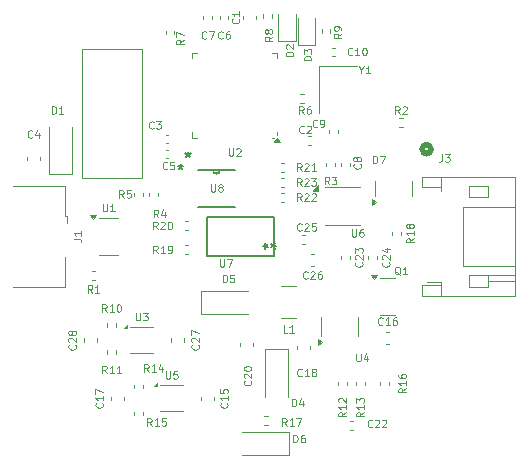
<source format=gbr>
%TF.GenerationSoftware,KiCad,Pcbnew,8.0.6-8.0.6-0~ubuntu24.04.1*%
%TF.CreationDate,2024-11-29T10:46:19-06:00*%
%TF.ProjectId,can_distance_sensor,63616e5f-6469-4737-9461-6e63655f7365,rev?*%
%TF.SameCoordinates,Original*%
%TF.FileFunction,Legend,Top*%
%TF.FilePolarity,Positive*%
%FSLAX46Y46*%
G04 Gerber Fmt 4.6, Leading zero omitted, Abs format (unit mm)*
G04 Created by KiCad (PCBNEW 8.0.6-8.0.6-0~ubuntu24.04.1) date 2024-11-29 10:46:19*
%MOMM*%
%LPD*%
G01*
G04 APERTURE LIST*
%ADD10C,0.063500*%
%ADD11C,0.150000*%
%ADD12C,0.120000*%
%ADD13C,0.152400*%
%ADD14C,0.508000*%
G04 APERTURE END LIST*
D10*
X199743785Y-109195984D02*
X199713547Y-109226223D01*
X199713547Y-109226223D02*
X199622833Y-109256461D01*
X199622833Y-109256461D02*
X199562357Y-109256461D01*
X199562357Y-109256461D02*
X199471642Y-109226223D01*
X199471642Y-109226223D02*
X199411166Y-109165746D01*
X199411166Y-109165746D02*
X199380928Y-109105270D01*
X199380928Y-109105270D02*
X199350690Y-108984318D01*
X199350690Y-108984318D02*
X199350690Y-108893603D01*
X199350690Y-108893603D02*
X199380928Y-108772651D01*
X199380928Y-108772651D02*
X199411166Y-108712175D01*
X199411166Y-108712175D02*
X199471642Y-108651699D01*
X199471642Y-108651699D02*
X199562357Y-108621461D01*
X199562357Y-108621461D02*
X199622833Y-108621461D01*
X199622833Y-108621461D02*
X199713547Y-108651699D01*
X199713547Y-108651699D02*
X199743785Y-108681937D01*
X199985690Y-108681937D02*
X200015928Y-108651699D01*
X200015928Y-108651699D02*
X200076404Y-108621461D01*
X200076404Y-108621461D02*
X200227595Y-108621461D01*
X200227595Y-108621461D02*
X200288071Y-108651699D01*
X200288071Y-108651699D02*
X200318309Y-108681937D01*
X200318309Y-108681937D02*
X200348547Y-108742413D01*
X200348547Y-108742413D02*
X200348547Y-108802889D01*
X200348547Y-108802889D02*
X200318309Y-108893603D01*
X200318309Y-108893603D02*
X199955452Y-109256461D01*
X199955452Y-109256461D02*
X200348547Y-109256461D01*
X200892833Y-108621461D02*
X200771880Y-108621461D01*
X200771880Y-108621461D02*
X200711404Y-108651699D01*
X200711404Y-108651699D02*
X200681166Y-108681937D01*
X200681166Y-108681937D02*
X200620690Y-108772651D01*
X200620690Y-108772651D02*
X200590452Y-108893603D01*
X200590452Y-108893603D02*
X200590452Y-109135508D01*
X200590452Y-109135508D02*
X200620690Y-109195984D01*
X200620690Y-109195984D02*
X200650928Y-109226223D01*
X200650928Y-109226223D02*
X200711404Y-109256461D01*
X200711404Y-109256461D02*
X200832357Y-109256461D01*
X200832357Y-109256461D02*
X200892833Y-109226223D01*
X200892833Y-109226223D02*
X200923071Y-109195984D01*
X200923071Y-109195984D02*
X200953309Y-109135508D01*
X200953309Y-109135508D02*
X200953309Y-108984318D01*
X200953309Y-108984318D02*
X200923071Y-108923842D01*
X200923071Y-108923842D02*
X200892833Y-108893603D01*
X200892833Y-108893603D02*
X200832357Y-108863365D01*
X200832357Y-108863365D02*
X200711404Y-108863365D01*
X200711404Y-108863365D02*
X200650928Y-108893603D01*
X200650928Y-108893603D02*
X200620690Y-108923842D01*
X200620690Y-108923842D02*
X200590452Y-108984318D01*
X194920984Y-117883214D02*
X194951223Y-117913452D01*
X194951223Y-117913452D02*
X194981461Y-118004166D01*
X194981461Y-118004166D02*
X194981461Y-118064642D01*
X194981461Y-118064642D02*
X194951223Y-118155357D01*
X194951223Y-118155357D02*
X194890746Y-118215833D01*
X194890746Y-118215833D02*
X194830270Y-118246071D01*
X194830270Y-118246071D02*
X194709318Y-118276309D01*
X194709318Y-118276309D02*
X194618603Y-118276309D01*
X194618603Y-118276309D02*
X194497651Y-118246071D01*
X194497651Y-118246071D02*
X194437175Y-118215833D01*
X194437175Y-118215833D02*
X194376699Y-118155357D01*
X194376699Y-118155357D02*
X194346461Y-118064642D01*
X194346461Y-118064642D02*
X194346461Y-118004166D01*
X194346461Y-118004166D02*
X194376699Y-117913452D01*
X194376699Y-117913452D02*
X194406937Y-117883214D01*
X194406937Y-117641309D02*
X194376699Y-117611071D01*
X194376699Y-117611071D02*
X194346461Y-117550595D01*
X194346461Y-117550595D02*
X194346461Y-117399404D01*
X194346461Y-117399404D02*
X194376699Y-117338928D01*
X194376699Y-117338928D02*
X194406937Y-117308690D01*
X194406937Y-117308690D02*
X194467413Y-117278452D01*
X194467413Y-117278452D02*
X194527889Y-117278452D01*
X194527889Y-117278452D02*
X194618603Y-117308690D01*
X194618603Y-117308690D02*
X194981461Y-117671547D01*
X194981461Y-117671547D02*
X194981461Y-117278452D01*
X194346461Y-116885357D02*
X194346461Y-116824880D01*
X194346461Y-116824880D02*
X194376699Y-116764404D01*
X194376699Y-116764404D02*
X194406937Y-116734166D01*
X194406937Y-116734166D02*
X194467413Y-116703928D01*
X194467413Y-116703928D02*
X194588365Y-116673690D01*
X194588365Y-116673690D02*
X194739556Y-116673690D01*
X194739556Y-116673690D02*
X194860508Y-116703928D01*
X194860508Y-116703928D02*
X194920984Y-116734166D01*
X194920984Y-116734166D02*
X194951223Y-116764404D01*
X194951223Y-116764404D02*
X194981461Y-116824880D01*
X194981461Y-116824880D02*
X194981461Y-116885357D01*
X194981461Y-116885357D02*
X194951223Y-116945833D01*
X194951223Y-116945833D02*
X194920984Y-116976071D01*
X194920984Y-116976071D02*
X194860508Y-117006309D01*
X194860508Y-117006309D02*
X194739556Y-117036547D01*
X194739556Y-117036547D02*
X194588365Y-117036547D01*
X194588365Y-117036547D02*
X194467413Y-117006309D01*
X194467413Y-117006309D02*
X194406937Y-116976071D01*
X194406937Y-116976071D02*
X194376699Y-116945833D01*
X194376699Y-116945833D02*
X194346461Y-116885357D01*
X206093785Y-113099984D02*
X206063547Y-113130223D01*
X206063547Y-113130223D02*
X205972833Y-113160461D01*
X205972833Y-113160461D02*
X205912357Y-113160461D01*
X205912357Y-113160461D02*
X205821642Y-113130223D01*
X205821642Y-113130223D02*
X205761166Y-113069746D01*
X205761166Y-113069746D02*
X205730928Y-113009270D01*
X205730928Y-113009270D02*
X205700690Y-112888318D01*
X205700690Y-112888318D02*
X205700690Y-112797603D01*
X205700690Y-112797603D02*
X205730928Y-112676651D01*
X205730928Y-112676651D02*
X205761166Y-112616175D01*
X205761166Y-112616175D02*
X205821642Y-112555699D01*
X205821642Y-112555699D02*
X205912357Y-112525461D01*
X205912357Y-112525461D02*
X205972833Y-112525461D01*
X205972833Y-112525461D02*
X206063547Y-112555699D01*
X206063547Y-112555699D02*
X206093785Y-112585937D01*
X206698547Y-113160461D02*
X206335690Y-113160461D01*
X206517118Y-113160461D02*
X206517118Y-112525461D01*
X206517118Y-112525461D02*
X206456642Y-112616175D01*
X206456642Y-112616175D02*
X206396166Y-112676651D01*
X206396166Y-112676651D02*
X206335690Y-112706889D01*
X207242833Y-112525461D02*
X207121880Y-112525461D01*
X207121880Y-112525461D02*
X207061404Y-112555699D01*
X207061404Y-112555699D02*
X207031166Y-112585937D01*
X207031166Y-112585937D02*
X206970690Y-112676651D01*
X206970690Y-112676651D02*
X206940452Y-112797603D01*
X206940452Y-112797603D02*
X206940452Y-113039508D01*
X206940452Y-113039508D02*
X206970690Y-113099984D01*
X206970690Y-113099984D02*
X207000928Y-113130223D01*
X207000928Y-113130223D02*
X207061404Y-113160461D01*
X207061404Y-113160461D02*
X207182357Y-113160461D01*
X207182357Y-113160461D02*
X207242833Y-113130223D01*
X207242833Y-113130223D02*
X207273071Y-113099984D01*
X207273071Y-113099984D02*
X207303309Y-113039508D01*
X207303309Y-113039508D02*
X207303309Y-112888318D01*
X207303309Y-112888318D02*
X207273071Y-112827842D01*
X207273071Y-112827842D02*
X207242833Y-112797603D01*
X207242833Y-112797603D02*
X207182357Y-112767365D01*
X207182357Y-112767365D02*
X207061404Y-112767365D01*
X207061404Y-112767365D02*
X207000928Y-112797603D01*
X207000928Y-112797603D02*
X206970690Y-112827842D01*
X206970690Y-112827842D02*
X206940452Y-112888318D01*
X198014166Y-113822461D02*
X197711785Y-113822461D01*
X197711785Y-113822461D02*
X197711785Y-113187461D01*
X198558452Y-113822461D02*
X198195595Y-113822461D01*
X198377023Y-113822461D02*
X198377023Y-113187461D01*
X198377023Y-113187461D02*
X198316547Y-113278175D01*
X198316547Y-113278175D02*
X198256071Y-113338651D01*
X198256071Y-113338651D02*
X198195595Y-113368889D01*
X203478190Y-105065461D02*
X203478190Y-105579508D01*
X203478190Y-105579508D02*
X203508428Y-105639984D01*
X203508428Y-105639984D02*
X203538666Y-105670223D01*
X203538666Y-105670223D02*
X203599142Y-105700461D01*
X203599142Y-105700461D02*
X203720095Y-105700461D01*
X203720095Y-105700461D02*
X203780571Y-105670223D01*
X203780571Y-105670223D02*
X203810809Y-105639984D01*
X203810809Y-105639984D02*
X203841047Y-105579508D01*
X203841047Y-105579508D02*
X203841047Y-105065461D01*
X204415571Y-105065461D02*
X204294618Y-105065461D01*
X204294618Y-105065461D02*
X204234142Y-105095699D01*
X204234142Y-105095699D02*
X204203904Y-105125937D01*
X204203904Y-105125937D02*
X204143428Y-105216651D01*
X204143428Y-105216651D02*
X204113190Y-105337603D01*
X204113190Y-105337603D02*
X204113190Y-105579508D01*
X204113190Y-105579508D02*
X204143428Y-105639984D01*
X204143428Y-105639984D02*
X204173666Y-105670223D01*
X204173666Y-105670223D02*
X204234142Y-105700461D01*
X204234142Y-105700461D02*
X204355095Y-105700461D01*
X204355095Y-105700461D02*
X204415571Y-105670223D01*
X204415571Y-105670223D02*
X204445809Y-105639984D01*
X204445809Y-105639984D02*
X204476047Y-105579508D01*
X204476047Y-105579508D02*
X204476047Y-105428318D01*
X204476047Y-105428318D02*
X204445809Y-105367842D01*
X204445809Y-105367842D02*
X204415571Y-105337603D01*
X204415571Y-105337603D02*
X204355095Y-105307365D01*
X204355095Y-105307365D02*
X204234142Y-105307365D01*
X204234142Y-105307365D02*
X204173666Y-105337603D01*
X204173666Y-105337603D02*
X204143428Y-105367842D01*
X204143428Y-105367842D02*
X204113190Y-105428318D01*
X204506461Y-120550214D02*
X204204080Y-120761881D01*
X204506461Y-120913071D02*
X203871461Y-120913071D01*
X203871461Y-120913071D02*
X203871461Y-120671166D01*
X203871461Y-120671166D02*
X203901699Y-120610690D01*
X203901699Y-120610690D02*
X203931937Y-120580452D01*
X203931937Y-120580452D02*
X203992413Y-120550214D01*
X203992413Y-120550214D02*
X204083127Y-120550214D01*
X204083127Y-120550214D02*
X204143603Y-120580452D01*
X204143603Y-120580452D02*
X204173842Y-120610690D01*
X204173842Y-120610690D02*
X204204080Y-120671166D01*
X204204080Y-120671166D02*
X204204080Y-120913071D01*
X204506461Y-119945452D02*
X204506461Y-120308309D01*
X204506461Y-120126881D02*
X203871461Y-120126881D01*
X203871461Y-120126881D02*
X203962175Y-120187357D01*
X203962175Y-120187357D02*
X204022651Y-120247833D01*
X204022651Y-120247833D02*
X204052889Y-120308309D01*
X203871461Y-119733785D02*
X203871461Y-119340690D01*
X203871461Y-119340690D02*
X204113365Y-119552357D01*
X204113365Y-119552357D02*
X204113365Y-119461642D01*
X204113365Y-119461642D02*
X204143603Y-119401166D01*
X204143603Y-119401166D02*
X204173842Y-119370928D01*
X204173842Y-119370928D02*
X204234318Y-119340690D01*
X204234318Y-119340690D02*
X204385508Y-119340690D01*
X204385508Y-119340690D02*
X204445984Y-119370928D01*
X204445984Y-119370928D02*
X204476223Y-119401166D01*
X204476223Y-119401166D02*
X204506461Y-119461642D01*
X204506461Y-119461642D02*
X204506461Y-119643071D01*
X204506461Y-119643071D02*
X204476223Y-119703547D01*
X204476223Y-119703547D02*
X204445984Y-119733785D01*
X202982461Y-120550214D02*
X202680080Y-120761881D01*
X202982461Y-120913071D02*
X202347461Y-120913071D01*
X202347461Y-120913071D02*
X202347461Y-120671166D01*
X202347461Y-120671166D02*
X202377699Y-120610690D01*
X202377699Y-120610690D02*
X202407937Y-120580452D01*
X202407937Y-120580452D02*
X202468413Y-120550214D01*
X202468413Y-120550214D02*
X202559127Y-120550214D01*
X202559127Y-120550214D02*
X202619603Y-120580452D01*
X202619603Y-120580452D02*
X202649842Y-120610690D01*
X202649842Y-120610690D02*
X202680080Y-120671166D01*
X202680080Y-120671166D02*
X202680080Y-120913071D01*
X202982461Y-119945452D02*
X202982461Y-120308309D01*
X202982461Y-120126881D02*
X202347461Y-120126881D01*
X202347461Y-120126881D02*
X202438175Y-120187357D01*
X202438175Y-120187357D02*
X202498651Y-120247833D01*
X202498651Y-120247833D02*
X202528889Y-120308309D01*
X202407937Y-119703547D02*
X202377699Y-119673309D01*
X202377699Y-119673309D02*
X202347461Y-119612833D01*
X202347461Y-119612833D02*
X202347461Y-119461642D01*
X202347461Y-119461642D02*
X202377699Y-119401166D01*
X202377699Y-119401166D02*
X202407937Y-119370928D01*
X202407937Y-119370928D02*
X202468413Y-119340690D01*
X202468413Y-119340690D02*
X202528889Y-119340690D01*
X202528889Y-119340690D02*
X202619603Y-119370928D01*
X202619603Y-119370928D02*
X202982461Y-119733785D01*
X202982461Y-119733785D02*
X202982461Y-119340690D01*
X180061984Y-114854214D02*
X180092223Y-114884452D01*
X180092223Y-114884452D02*
X180122461Y-114975166D01*
X180122461Y-114975166D02*
X180122461Y-115035642D01*
X180122461Y-115035642D02*
X180092223Y-115126357D01*
X180092223Y-115126357D02*
X180031746Y-115186833D01*
X180031746Y-115186833D02*
X179971270Y-115217071D01*
X179971270Y-115217071D02*
X179850318Y-115247309D01*
X179850318Y-115247309D02*
X179759603Y-115247309D01*
X179759603Y-115247309D02*
X179638651Y-115217071D01*
X179638651Y-115217071D02*
X179578175Y-115186833D01*
X179578175Y-115186833D02*
X179517699Y-115126357D01*
X179517699Y-115126357D02*
X179487461Y-115035642D01*
X179487461Y-115035642D02*
X179487461Y-114975166D01*
X179487461Y-114975166D02*
X179517699Y-114884452D01*
X179517699Y-114884452D02*
X179547937Y-114854214D01*
X179547937Y-114612309D02*
X179517699Y-114582071D01*
X179517699Y-114582071D02*
X179487461Y-114521595D01*
X179487461Y-114521595D02*
X179487461Y-114370404D01*
X179487461Y-114370404D02*
X179517699Y-114309928D01*
X179517699Y-114309928D02*
X179547937Y-114279690D01*
X179547937Y-114279690D02*
X179608413Y-114249452D01*
X179608413Y-114249452D02*
X179668889Y-114249452D01*
X179668889Y-114249452D02*
X179759603Y-114279690D01*
X179759603Y-114279690D02*
X180122461Y-114642547D01*
X180122461Y-114642547D02*
X180122461Y-114249452D01*
X179759603Y-113886595D02*
X179729365Y-113947071D01*
X179729365Y-113947071D02*
X179699127Y-113977309D01*
X179699127Y-113977309D02*
X179638651Y-114007547D01*
X179638651Y-114007547D02*
X179608413Y-114007547D01*
X179608413Y-114007547D02*
X179547937Y-113977309D01*
X179547937Y-113977309D02*
X179517699Y-113947071D01*
X179517699Y-113947071D02*
X179487461Y-113886595D01*
X179487461Y-113886595D02*
X179487461Y-113765642D01*
X179487461Y-113765642D02*
X179517699Y-113705166D01*
X179517699Y-113705166D02*
X179547937Y-113674928D01*
X179547937Y-113674928D02*
X179608413Y-113644690D01*
X179608413Y-113644690D02*
X179638651Y-113644690D01*
X179638651Y-113644690D02*
X179699127Y-113674928D01*
X179699127Y-113674928D02*
X179729365Y-113705166D01*
X179729365Y-113705166D02*
X179759603Y-113765642D01*
X179759603Y-113765642D02*
X179759603Y-113886595D01*
X179759603Y-113886595D02*
X179789842Y-113947071D01*
X179789842Y-113947071D02*
X179820080Y-113977309D01*
X179820080Y-113977309D02*
X179880556Y-114007547D01*
X179880556Y-114007547D02*
X180001508Y-114007547D01*
X180001508Y-114007547D02*
X180061984Y-113977309D01*
X180061984Y-113977309D02*
X180092223Y-113947071D01*
X180092223Y-113947071D02*
X180122461Y-113886595D01*
X180122461Y-113886595D02*
X180122461Y-113765642D01*
X180122461Y-113765642D02*
X180092223Y-113705166D01*
X180092223Y-113705166D02*
X180061984Y-113674928D01*
X180061984Y-113674928D02*
X180001508Y-113644690D01*
X180001508Y-113644690D02*
X179880556Y-113644690D01*
X179880556Y-113644690D02*
X179820080Y-113674928D01*
X179820080Y-113674928D02*
X179789842Y-113705166D01*
X179789842Y-113705166D02*
X179759603Y-113765642D01*
X190475984Y-114854214D02*
X190506223Y-114884452D01*
X190506223Y-114884452D02*
X190536461Y-114975166D01*
X190536461Y-114975166D02*
X190536461Y-115035642D01*
X190536461Y-115035642D02*
X190506223Y-115126357D01*
X190506223Y-115126357D02*
X190445746Y-115186833D01*
X190445746Y-115186833D02*
X190385270Y-115217071D01*
X190385270Y-115217071D02*
X190264318Y-115247309D01*
X190264318Y-115247309D02*
X190173603Y-115247309D01*
X190173603Y-115247309D02*
X190052651Y-115217071D01*
X190052651Y-115217071D02*
X189992175Y-115186833D01*
X189992175Y-115186833D02*
X189931699Y-115126357D01*
X189931699Y-115126357D02*
X189901461Y-115035642D01*
X189901461Y-115035642D02*
X189901461Y-114975166D01*
X189901461Y-114975166D02*
X189931699Y-114884452D01*
X189931699Y-114884452D02*
X189961937Y-114854214D01*
X189961937Y-114612309D02*
X189931699Y-114582071D01*
X189931699Y-114582071D02*
X189901461Y-114521595D01*
X189901461Y-114521595D02*
X189901461Y-114370404D01*
X189901461Y-114370404D02*
X189931699Y-114309928D01*
X189931699Y-114309928D02*
X189961937Y-114279690D01*
X189961937Y-114279690D02*
X190022413Y-114249452D01*
X190022413Y-114249452D02*
X190082889Y-114249452D01*
X190082889Y-114249452D02*
X190173603Y-114279690D01*
X190173603Y-114279690D02*
X190536461Y-114642547D01*
X190536461Y-114642547D02*
X190536461Y-114249452D01*
X189901461Y-114037785D02*
X189901461Y-113614452D01*
X189901461Y-113614452D02*
X190536461Y-113886595D01*
X182347984Y-119788214D02*
X182378223Y-119818452D01*
X182378223Y-119818452D02*
X182408461Y-119909166D01*
X182408461Y-119909166D02*
X182408461Y-119969642D01*
X182408461Y-119969642D02*
X182378223Y-120060357D01*
X182378223Y-120060357D02*
X182317746Y-120120833D01*
X182317746Y-120120833D02*
X182257270Y-120151071D01*
X182257270Y-120151071D02*
X182136318Y-120181309D01*
X182136318Y-120181309D02*
X182045603Y-120181309D01*
X182045603Y-120181309D02*
X181924651Y-120151071D01*
X181924651Y-120151071D02*
X181864175Y-120120833D01*
X181864175Y-120120833D02*
X181803699Y-120060357D01*
X181803699Y-120060357D02*
X181773461Y-119969642D01*
X181773461Y-119969642D02*
X181773461Y-119909166D01*
X181773461Y-119909166D02*
X181803699Y-119818452D01*
X181803699Y-119818452D02*
X181833937Y-119788214D01*
X182408461Y-119183452D02*
X182408461Y-119546309D01*
X182408461Y-119364881D02*
X181773461Y-119364881D01*
X181773461Y-119364881D02*
X181864175Y-119425357D01*
X181864175Y-119425357D02*
X181924651Y-119485833D01*
X181924651Y-119485833D02*
X181954889Y-119546309D01*
X181773461Y-118971785D02*
X181773461Y-118548452D01*
X181773461Y-118548452D02*
X182408461Y-118820595D01*
X192921984Y-119788214D02*
X192952223Y-119818452D01*
X192952223Y-119818452D02*
X192982461Y-119909166D01*
X192982461Y-119909166D02*
X192982461Y-119969642D01*
X192982461Y-119969642D02*
X192952223Y-120060357D01*
X192952223Y-120060357D02*
X192891746Y-120120833D01*
X192891746Y-120120833D02*
X192831270Y-120151071D01*
X192831270Y-120151071D02*
X192710318Y-120181309D01*
X192710318Y-120181309D02*
X192619603Y-120181309D01*
X192619603Y-120181309D02*
X192498651Y-120151071D01*
X192498651Y-120151071D02*
X192438175Y-120120833D01*
X192438175Y-120120833D02*
X192377699Y-120060357D01*
X192377699Y-120060357D02*
X192347461Y-119969642D01*
X192347461Y-119969642D02*
X192347461Y-119909166D01*
X192347461Y-119909166D02*
X192377699Y-119818452D01*
X192377699Y-119818452D02*
X192407937Y-119788214D01*
X192982461Y-119183452D02*
X192982461Y-119546309D01*
X192982461Y-119364881D02*
X192347461Y-119364881D01*
X192347461Y-119364881D02*
X192438175Y-119425357D01*
X192438175Y-119425357D02*
X192498651Y-119485833D01*
X192498651Y-119485833D02*
X192528889Y-119546309D01*
X192347461Y-118608928D02*
X192347461Y-118911309D01*
X192347461Y-118911309D02*
X192649842Y-118941547D01*
X192649842Y-118941547D02*
X192619603Y-118911309D01*
X192619603Y-118911309D02*
X192589365Y-118850833D01*
X192589365Y-118850833D02*
X192589365Y-118699642D01*
X192589365Y-118699642D02*
X192619603Y-118639166D01*
X192619603Y-118639166D02*
X192649842Y-118608928D01*
X192649842Y-118608928D02*
X192710318Y-118578690D01*
X192710318Y-118578690D02*
X192861508Y-118578690D01*
X192861508Y-118578690D02*
X192921984Y-118608928D01*
X192921984Y-118608928D02*
X192952223Y-118639166D01*
X192952223Y-118639166D02*
X192982461Y-118699642D01*
X192982461Y-118699642D02*
X192982461Y-118850833D01*
X192982461Y-118850833D02*
X192952223Y-118911309D01*
X192952223Y-118911309D02*
X192921984Y-118941547D01*
X193904984Y-87227833D02*
X193935223Y-87258071D01*
X193935223Y-87258071D02*
X193965461Y-87348785D01*
X193965461Y-87348785D02*
X193965461Y-87409261D01*
X193965461Y-87409261D02*
X193935223Y-87499976D01*
X193935223Y-87499976D02*
X193874746Y-87560452D01*
X193874746Y-87560452D02*
X193814270Y-87590690D01*
X193814270Y-87590690D02*
X193693318Y-87620928D01*
X193693318Y-87620928D02*
X193602603Y-87620928D01*
X193602603Y-87620928D02*
X193481651Y-87590690D01*
X193481651Y-87590690D02*
X193421175Y-87560452D01*
X193421175Y-87560452D02*
X193360699Y-87499976D01*
X193360699Y-87499976D02*
X193330461Y-87409261D01*
X193330461Y-87409261D02*
X193330461Y-87348785D01*
X193330461Y-87348785D02*
X193360699Y-87258071D01*
X193360699Y-87258071D02*
X193390937Y-87227833D01*
X193965461Y-86623071D02*
X193965461Y-86985928D01*
X193965461Y-86804500D02*
X193330461Y-86804500D01*
X193330461Y-86804500D02*
X193421175Y-86864976D01*
X193421175Y-86864976D02*
X193481651Y-86925452D01*
X193481651Y-86925452D02*
X193511889Y-86985928D01*
X193064190Y-98211461D02*
X193064190Y-98725508D01*
X193064190Y-98725508D02*
X193094428Y-98785984D01*
X193094428Y-98785984D02*
X193124666Y-98816223D01*
X193124666Y-98816223D02*
X193185142Y-98846461D01*
X193185142Y-98846461D02*
X193306095Y-98846461D01*
X193306095Y-98846461D02*
X193366571Y-98816223D01*
X193366571Y-98816223D02*
X193396809Y-98785984D01*
X193396809Y-98785984D02*
X193427047Y-98725508D01*
X193427047Y-98725508D02*
X193427047Y-98211461D01*
X193699190Y-98271937D02*
X193729428Y-98241699D01*
X193729428Y-98241699D02*
X193789904Y-98211461D01*
X193789904Y-98211461D02*
X193941095Y-98211461D01*
X193941095Y-98211461D02*
X194001571Y-98241699D01*
X194001571Y-98241699D02*
X194031809Y-98271937D01*
X194031809Y-98271937D02*
X194062047Y-98332413D01*
X194062047Y-98332413D02*
X194062047Y-98392889D01*
X194062047Y-98392889D02*
X194031809Y-98483603D01*
X194031809Y-98483603D02*
X193668952Y-98846461D01*
X193668952Y-98846461D02*
X194062047Y-98846461D01*
X187730190Y-117085461D02*
X187730190Y-117599508D01*
X187730190Y-117599508D02*
X187760428Y-117659984D01*
X187760428Y-117659984D02*
X187790666Y-117690223D01*
X187790666Y-117690223D02*
X187851142Y-117720461D01*
X187851142Y-117720461D02*
X187972095Y-117720461D01*
X187972095Y-117720461D02*
X188032571Y-117690223D01*
X188032571Y-117690223D02*
X188062809Y-117659984D01*
X188062809Y-117659984D02*
X188093047Y-117599508D01*
X188093047Y-117599508D02*
X188093047Y-117085461D01*
X188697809Y-117085461D02*
X188395428Y-117085461D01*
X188395428Y-117085461D02*
X188365190Y-117387842D01*
X188365190Y-117387842D02*
X188395428Y-117357603D01*
X188395428Y-117357603D02*
X188455904Y-117327365D01*
X188455904Y-117327365D02*
X188607095Y-117327365D01*
X188607095Y-117327365D02*
X188667571Y-117357603D01*
X188667571Y-117357603D02*
X188697809Y-117387842D01*
X188697809Y-117387842D02*
X188728047Y-117448318D01*
X188728047Y-117448318D02*
X188728047Y-117599508D01*
X188728047Y-117599508D02*
X188697809Y-117659984D01*
X188697809Y-117659984D02*
X188667571Y-117690223D01*
X188667571Y-117690223D02*
X188607095Y-117720461D01*
X188607095Y-117720461D02*
X188455904Y-117720461D01*
X188455904Y-117720461D02*
X188395428Y-117690223D01*
X188395428Y-117690223D02*
X188365190Y-117659984D01*
X185190190Y-112151461D02*
X185190190Y-112665508D01*
X185190190Y-112665508D02*
X185220428Y-112725984D01*
X185220428Y-112725984D02*
X185250666Y-112756223D01*
X185250666Y-112756223D02*
X185311142Y-112786461D01*
X185311142Y-112786461D02*
X185432095Y-112786461D01*
X185432095Y-112786461D02*
X185492571Y-112756223D01*
X185492571Y-112756223D02*
X185522809Y-112725984D01*
X185522809Y-112725984D02*
X185553047Y-112665508D01*
X185553047Y-112665508D02*
X185553047Y-112151461D01*
X185794952Y-112151461D02*
X186188047Y-112151461D01*
X186188047Y-112151461D02*
X185976380Y-112393365D01*
X185976380Y-112393365D02*
X186067095Y-112393365D01*
X186067095Y-112393365D02*
X186127571Y-112423603D01*
X186127571Y-112423603D02*
X186157809Y-112453842D01*
X186157809Y-112453842D02*
X186188047Y-112514318D01*
X186188047Y-112514318D02*
X186188047Y-112665508D01*
X186188047Y-112665508D02*
X186157809Y-112725984D01*
X186157809Y-112725984D02*
X186127571Y-112756223D01*
X186127571Y-112756223D02*
X186067095Y-112786461D01*
X186067095Y-112786461D02*
X185885666Y-112786461D01*
X185885666Y-112786461D02*
X185825190Y-112756223D01*
X185825190Y-112756223D02*
X185794952Y-112725984D01*
X186535785Y-121702461D02*
X186324118Y-121400080D01*
X186172928Y-121702461D02*
X186172928Y-121067461D01*
X186172928Y-121067461D02*
X186414833Y-121067461D01*
X186414833Y-121067461D02*
X186475309Y-121097699D01*
X186475309Y-121097699D02*
X186505547Y-121127937D01*
X186505547Y-121127937D02*
X186535785Y-121188413D01*
X186535785Y-121188413D02*
X186535785Y-121279127D01*
X186535785Y-121279127D02*
X186505547Y-121339603D01*
X186505547Y-121339603D02*
X186475309Y-121369842D01*
X186475309Y-121369842D02*
X186414833Y-121400080D01*
X186414833Y-121400080D02*
X186172928Y-121400080D01*
X187140547Y-121702461D02*
X186777690Y-121702461D01*
X186959118Y-121702461D02*
X186959118Y-121067461D01*
X186959118Y-121067461D02*
X186898642Y-121158175D01*
X186898642Y-121158175D02*
X186838166Y-121218651D01*
X186838166Y-121218651D02*
X186777690Y-121248889D01*
X187715071Y-121067461D02*
X187412690Y-121067461D01*
X187412690Y-121067461D02*
X187382452Y-121369842D01*
X187382452Y-121369842D02*
X187412690Y-121339603D01*
X187412690Y-121339603D02*
X187473166Y-121309365D01*
X187473166Y-121309365D02*
X187624357Y-121309365D01*
X187624357Y-121309365D02*
X187684833Y-121339603D01*
X187684833Y-121339603D02*
X187715071Y-121369842D01*
X187715071Y-121369842D02*
X187745309Y-121430318D01*
X187745309Y-121430318D02*
X187745309Y-121581508D01*
X187745309Y-121581508D02*
X187715071Y-121641984D01*
X187715071Y-121641984D02*
X187684833Y-121672223D01*
X187684833Y-121672223D02*
X187624357Y-121702461D01*
X187624357Y-121702461D02*
X187473166Y-121702461D01*
X187473166Y-121702461D02*
X187412690Y-121672223D01*
X187412690Y-121672223D02*
X187382452Y-121641984D01*
X186281785Y-117130461D02*
X186070118Y-116828080D01*
X185918928Y-117130461D02*
X185918928Y-116495461D01*
X185918928Y-116495461D02*
X186160833Y-116495461D01*
X186160833Y-116495461D02*
X186221309Y-116525699D01*
X186221309Y-116525699D02*
X186251547Y-116555937D01*
X186251547Y-116555937D02*
X186281785Y-116616413D01*
X186281785Y-116616413D02*
X186281785Y-116707127D01*
X186281785Y-116707127D02*
X186251547Y-116767603D01*
X186251547Y-116767603D02*
X186221309Y-116797842D01*
X186221309Y-116797842D02*
X186160833Y-116828080D01*
X186160833Y-116828080D02*
X185918928Y-116828080D01*
X186886547Y-117130461D02*
X186523690Y-117130461D01*
X186705118Y-117130461D02*
X186705118Y-116495461D01*
X186705118Y-116495461D02*
X186644642Y-116586175D01*
X186644642Y-116586175D02*
X186584166Y-116646651D01*
X186584166Y-116646651D02*
X186523690Y-116676889D01*
X187430833Y-116707127D02*
X187430833Y-117130461D01*
X187279642Y-116465223D02*
X187128452Y-116918794D01*
X187128452Y-116918794D02*
X187521547Y-116918794D01*
X199235785Y-102652461D02*
X199024118Y-102350080D01*
X198872928Y-102652461D02*
X198872928Y-102017461D01*
X198872928Y-102017461D02*
X199114833Y-102017461D01*
X199114833Y-102017461D02*
X199175309Y-102047699D01*
X199175309Y-102047699D02*
X199205547Y-102077937D01*
X199205547Y-102077937D02*
X199235785Y-102138413D01*
X199235785Y-102138413D02*
X199235785Y-102229127D01*
X199235785Y-102229127D02*
X199205547Y-102289603D01*
X199205547Y-102289603D02*
X199175309Y-102319842D01*
X199175309Y-102319842D02*
X199114833Y-102350080D01*
X199114833Y-102350080D02*
X198872928Y-102350080D01*
X199477690Y-102077937D02*
X199507928Y-102047699D01*
X199507928Y-102047699D02*
X199568404Y-102017461D01*
X199568404Y-102017461D02*
X199719595Y-102017461D01*
X199719595Y-102017461D02*
X199780071Y-102047699D01*
X199780071Y-102047699D02*
X199810309Y-102077937D01*
X199810309Y-102077937D02*
X199840547Y-102138413D01*
X199840547Y-102138413D02*
X199840547Y-102198889D01*
X199840547Y-102198889D02*
X199810309Y-102289603D01*
X199810309Y-102289603D02*
X199447452Y-102652461D01*
X199447452Y-102652461D02*
X199840547Y-102652461D01*
X200082452Y-102077937D02*
X200112690Y-102047699D01*
X200112690Y-102047699D02*
X200173166Y-102017461D01*
X200173166Y-102017461D02*
X200324357Y-102017461D01*
X200324357Y-102017461D02*
X200384833Y-102047699D01*
X200384833Y-102047699D02*
X200415071Y-102077937D01*
X200415071Y-102077937D02*
X200445309Y-102138413D01*
X200445309Y-102138413D02*
X200445309Y-102198889D01*
X200445309Y-102198889D02*
X200415071Y-102289603D01*
X200415071Y-102289603D02*
X200052214Y-102652461D01*
X200052214Y-102652461D02*
X200445309Y-102652461D01*
X182725785Y-112050461D02*
X182514118Y-111748080D01*
X182362928Y-112050461D02*
X182362928Y-111415461D01*
X182362928Y-111415461D02*
X182604833Y-111415461D01*
X182604833Y-111415461D02*
X182665309Y-111445699D01*
X182665309Y-111445699D02*
X182695547Y-111475937D01*
X182695547Y-111475937D02*
X182725785Y-111536413D01*
X182725785Y-111536413D02*
X182725785Y-111627127D01*
X182725785Y-111627127D02*
X182695547Y-111687603D01*
X182695547Y-111687603D02*
X182665309Y-111717842D01*
X182665309Y-111717842D02*
X182604833Y-111748080D01*
X182604833Y-111748080D02*
X182362928Y-111748080D01*
X183330547Y-112050461D02*
X182967690Y-112050461D01*
X183149118Y-112050461D02*
X183149118Y-111415461D01*
X183149118Y-111415461D02*
X183088642Y-111506175D01*
X183088642Y-111506175D02*
X183028166Y-111566651D01*
X183028166Y-111566651D02*
X182967690Y-111596889D01*
X183723642Y-111415461D02*
X183784119Y-111415461D01*
X183784119Y-111415461D02*
X183844595Y-111445699D01*
X183844595Y-111445699D02*
X183874833Y-111475937D01*
X183874833Y-111475937D02*
X183905071Y-111536413D01*
X183905071Y-111536413D02*
X183935309Y-111657365D01*
X183935309Y-111657365D02*
X183935309Y-111808556D01*
X183935309Y-111808556D02*
X183905071Y-111929508D01*
X183905071Y-111929508D02*
X183874833Y-111989984D01*
X183874833Y-111989984D02*
X183844595Y-112020223D01*
X183844595Y-112020223D02*
X183784119Y-112050461D01*
X183784119Y-112050461D02*
X183723642Y-112050461D01*
X183723642Y-112050461D02*
X183663166Y-112020223D01*
X183663166Y-112020223D02*
X183632928Y-111989984D01*
X183632928Y-111989984D02*
X183602690Y-111929508D01*
X183602690Y-111929508D02*
X183572452Y-111808556D01*
X183572452Y-111808556D02*
X183572452Y-111657365D01*
X183572452Y-111657365D02*
X183602690Y-111536413D01*
X183602690Y-111536413D02*
X183632928Y-111475937D01*
X183632928Y-111475937D02*
X183663166Y-111445699D01*
X183663166Y-111445699D02*
X183723642Y-111415461D01*
X182725785Y-117257461D02*
X182514118Y-116955080D01*
X182362928Y-117257461D02*
X182362928Y-116622461D01*
X182362928Y-116622461D02*
X182604833Y-116622461D01*
X182604833Y-116622461D02*
X182665309Y-116652699D01*
X182665309Y-116652699D02*
X182695547Y-116682937D01*
X182695547Y-116682937D02*
X182725785Y-116743413D01*
X182725785Y-116743413D02*
X182725785Y-116834127D01*
X182725785Y-116834127D02*
X182695547Y-116894603D01*
X182695547Y-116894603D02*
X182665309Y-116924842D01*
X182665309Y-116924842D02*
X182604833Y-116955080D01*
X182604833Y-116955080D02*
X182362928Y-116955080D01*
X183330547Y-117257461D02*
X182967690Y-117257461D01*
X183149118Y-117257461D02*
X183149118Y-116622461D01*
X183149118Y-116622461D02*
X183088642Y-116713175D01*
X183088642Y-116713175D02*
X183028166Y-116773651D01*
X183028166Y-116773651D02*
X182967690Y-116803889D01*
X183935309Y-117257461D02*
X183572452Y-117257461D01*
X183753880Y-117257461D02*
X183753880Y-116622461D01*
X183753880Y-116622461D02*
X183693404Y-116713175D01*
X183693404Y-116713175D02*
X183632928Y-116773651D01*
X183632928Y-116773651D02*
X183572452Y-116803889D01*
X199235785Y-117450984D02*
X199205547Y-117481223D01*
X199205547Y-117481223D02*
X199114833Y-117511461D01*
X199114833Y-117511461D02*
X199054357Y-117511461D01*
X199054357Y-117511461D02*
X198963642Y-117481223D01*
X198963642Y-117481223D02*
X198903166Y-117420746D01*
X198903166Y-117420746D02*
X198872928Y-117360270D01*
X198872928Y-117360270D02*
X198842690Y-117239318D01*
X198842690Y-117239318D02*
X198842690Y-117148603D01*
X198842690Y-117148603D02*
X198872928Y-117027651D01*
X198872928Y-117027651D02*
X198903166Y-116967175D01*
X198903166Y-116967175D02*
X198963642Y-116906699D01*
X198963642Y-116906699D02*
X199054357Y-116876461D01*
X199054357Y-116876461D02*
X199114833Y-116876461D01*
X199114833Y-116876461D02*
X199205547Y-116906699D01*
X199205547Y-116906699D02*
X199235785Y-116936937D01*
X199840547Y-117511461D02*
X199477690Y-117511461D01*
X199659118Y-117511461D02*
X199659118Y-116876461D01*
X199659118Y-116876461D02*
X199598642Y-116967175D01*
X199598642Y-116967175D02*
X199538166Y-117027651D01*
X199538166Y-117027651D02*
X199477690Y-117057889D01*
X200203404Y-117148603D02*
X200142928Y-117118365D01*
X200142928Y-117118365D02*
X200112690Y-117088127D01*
X200112690Y-117088127D02*
X200082452Y-117027651D01*
X200082452Y-117027651D02*
X200082452Y-116997413D01*
X200082452Y-116997413D02*
X200112690Y-116936937D01*
X200112690Y-116936937D02*
X200142928Y-116906699D01*
X200142928Y-116906699D02*
X200203404Y-116876461D01*
X200203404Y-116876461D02*
X200324357Y-116876461D01*
X200324357Y-116876461D02*
X200384833Y-116906699D01*
X200384833Y-116906699D02*
X200415071Y-116936937D01*
X200415071Y-116936937D02*
X200445309Y-116997413D01*
X200445309Y-116997413D02*
X200445309Y-117027651D01*
X200445309Y-117027651D02*
X200415071Y-117088127D01*
X200415071Y-117088127D02*
X200384833Y-117118365D01*
X200384833Y-117118365D02*
X200324357Y-117148603D01*
X200324357Y-117148603D02*
X200203404Y-117148603D01*
X200203404Y-117148603D02*
X200142928Y-117178842D01*
X200142928Y-117178842D02*
X200112690Y-117209080D01*
X200112690Y-117209080D02*
X200082452Y-117269556D01*
X200082452Y-117269556D02*
X200082452Y-117390508D01*
X200082452Y-117390508D02*
X200112690Y-117450984D01*
X200112690Y-117450984D02*
X200142928Y-117481223D01*
X200142928Y-117481223D02*
X200203404Y-117511461D01*
X200203404Y-117511461D02*
X200324357Y-117511461D01*
X200324357Y-117511461D02*
X200384833Y-117481223D01*
X200384833Y-117481223D02*
X200415071Y-117450984D01*
X200415071Y-117450984D02*
X200445309Y-117390508D01*
X200445309Y-117390508D02*
X200445309Y-117269556D01*
X200445309Y-117269556D02*
X200415071Y-117209080D01*
X200415071Y-117209080D02*
X200384833Y-117178842D01*
X200384833Y-117178842D02*
X200324357Y-117148603D01*
X191156166Y-88875984D02*
X191125928Y-88906223D01*
X191125928Y-88906223D02*
X191035214Y-88936461D01*
X191035214Y-88936461D02*
X190974738Y-88936461D01*
X190974738Y-88936461D02*
X190884023Y-88906223D01*
X190884023Y-88906223D02*
X190823547Y-88845746D01*
X190823547Y-88845746D02*
X190793309Y-88785270D01*
X190793309Y-88785270D02*
X190763071Y-88664318D01*
X190763071Y-88664318D02*
X190763071Y-88573603D01*
X190763071Y-88573603D02*
X190793309Y-88452651D01*
X190793309Y-88452651D02*
X190823547Y-88392175D01*
X190823547Y-88392175D02*
X190884023Y-88331699D01*
X190884023Y-88331699D02*
X190974738Y-88301461D01*
X190974738Y-88301461D02*
X191035214Y-88301461D01*
X191035214Y-88301461D02*
X191125928Y-88331699D01*
X191125928Y-88331699D02*
X191156166Y-88361937D01*
X191367833Y-88301461D02*
X191791166Y-88301461D01*
X191791166Y-88301461D02*
X191519023Y-88936461D01*
X205271309Y-99477461D02*
X205271309Y-98842461D01*
X205271309Y-98842461D02*
X205422499Y-98842461D01*
X205422499Y-98842461D02*
X205513214Y-98872699D01*
X205513214Y-98872699D02*
X205573690Y-98933175D01*
X205573690Y-98933175D02*
X205603928Y-98993651D01*
X205603928Y-98993651D02*
X205634166Y-99114603D01*
X205634166Y-99114603D02*
X205634166Y-99205318D01*
X205634166Y-99205318D02*
X205603928Y-99326270D01*
X205603928Y-99326270D02*
X205573690Y-99386746D01*
X205573690Y-99386746D02*
X205513214Y-99447223D01*
X205513214Y-99447223D02*
X205422499Y-99477461D01*
X205422499Y-99477461D02*
X205271309Y-99477461D01*
X205845833Y-98842461D02*
X206269166Y-98842461D01*
X206269166Y-98842461D02*
X205997023Y-99477461D01*
X187854166Y-99924984D02*
X187823928Y-99955223D01*
X187823928Y-99955223D02*
X187733214Y-99985461D01*
X187733214Y-99985461D02*
X187672738Y-99985461D01*
X187672738Y-99985461D02*
X187582023Y-99955223D01*
X187582023Y-99955223D02*
X187521547Y-99894746D01*
X187521547Y-99894746D02*
X187491309Y-99834270D01*
X187491309Y-99834270D02*
X187461071Y-99713318D01*
X187461071Y-99713318D02*
X187461071Y-99622603D01*
X187461071Y-99622603D02*
X187491309Y-99501651D01*
X187491309Y-99501651D02*
X187521547Y-99441175D01*
X187521547Y-99441175D02*
X187582023Y-99380699D01*
X187582023Y-99380699D02*
X187672738Y-99350461D01*
X187672738Y-99350461D02*
X187733214Y-99350461D01*
X187733214Y-99350461D02*
X187823928Y-99380699D01*
X187823928Y-99380699D02*
X187854166Y-99410937D01*
X188428690Y-99350461D02*
X188126309Y-99350461D01*
X188126309Y-99350461D02*
X188096071Y-99652842D01*
X188096071Y-99652842D02*
X188126309Y-99622603D01*
X188126309Y-99622603D02*
X188186785Y-99592365D01*
X188186785Y-99592365D02*
X188337976Y-99592365D01*
X188337976Y-99592365D02*
X188398452Y-99622603D01*
X188398452Y-99622603D02*
X188428690Y-99652842D01*
X188428690Y-99652842D02*
X188458928Y-99713318D01*
X188458928Y-99713318D02*
X188458928Y-99864508D01*
X188458928Y-99864508D02*
X188428690Y-99924984D01*
X188428690Y-99924984D02*
X188398452Y-99955223D01*
X188398452Y-99955223D02*
X188337976Y-99985461D01*
X188337976Y-99985461D02*
X188186785Y-99985461D01*
X188186785Y-99985461D02*
X188126309Y-99955223D01*
X188126309Y-99955223D02*
X188096071Y-99924984D01*
X192571309Y-109542461D02*
X192571309Y-108907461D01*
X192571309Y-108907461D02*
X192722499Y-108907461D01*
X192722499Y-108907461D02*
X192813214Y-108937699D01*
X192813214Y-108937699D02*
X192873690Y-108998175D01*
X192873690Y-108998175D02*
X192903928Y-109058651D01*
X192903928Y-109058651D02*
X192934166Y-109179603D01*
X192934166Y-109179603D02*
X192934166Y-109270318D01*
X192934166Y-109270318D02*
X192903928Y-109391270D01*
X192903928Y-109391270D02*
X192873690Y-109451746D01*
X192873690Y-109451746D02*
X192813214Y-109512223D01*
X192813214Y-109512223D02*
X192722499Y-109542461D01*
X192722499Y-109542461D02*
X192571309Y-109542461D01*
X193508690Y-108907461D02*
X193206309Y-108907461D01*
X193206309Y-108907461D02*
X193176071Y-109209842D01*
X193176071Y-109209842D02*
X193206309Y-109179603D01*
X193206309Y-109179603D02*
X193266785Y-109149365D01*
X193266785Y-109149365D02*
X193417976Y-109149365D01*
X193417976Y-109149365D02*
X193478452Y-109179603D01*
X193478452Y-109179603D02*
X193508690Y-109209842D01*
X193508690Y-109209842D02*
X193538928Y-109270318D01*
X193538928Y-109270318D02*
X193538928Y-109421508D01*
X193538928Y-109421508D02*
X193508690Y-109481984D01*
X193508690Y-109481984D02*
X193478452Y-109512223D01*
X193478452Y-109512223D02*
X193417976Y-109542461D01*
X193417976Y-109542461D02*
X193266785Y-109542461D01*
X193266785Y-109542461D02*
X193206309Y-109512223D01*
X193206309Y-109512223D02*
X193176071Y-109481984D01*
X205204785Y-121768984D02*
X205174547Y-121799223D01*
X205174547Y-121799223D02*
X205083833Y-121829461D01*
X205083833Y-121829461D02*
X205023357Y-121829461D01*
X205023357Y-121829461D02*
X204932642Y-121799223D01*
X204932642Y-121799223D02*
X204872166Y-121738746D01*
X204872166Y-121738746D02*
X204841928Y-121678270D01*
X204841928Y-121678270D02*
X204811690Y-121557318D01*
X204811690Y-121557318D02*
X204811690Y-121466603D01*
X204811690Y-121466603D02*
X204841928Y-121345651D01*
X204841928Y-121345651D02*
X204872166Y-121285175D01*
X204872166Y-121285175D02*
X204932642Y-121224699D01*
X204932642Y-121224699D02*
X205023357Y-121194461D01*
X205023357Y-121194461D02*
X205083833Y-121194461D01*
X205083833Y-121194461D02*
X205174547Y-121224699D01*
X205174547Y-121224699D02*
X205204785Y-121254937D01*
X205446690Y-121254937D02*
X205476928Y-121224699D01*
X205476928Y-121224699D02*
X205537404Y-121194461D01*
X205537404Y-121194461D02*
X205688595Y-121194461D01*
X205688595Y-121194461D02*
X205749071Y-121224699D01*
X205749071Y-121224699D02*
X205779309Y-121254937D01*
X205779309Y-121254937D02*
X205809547Y-121315413D01*
X205809547Y-121315413D02*
X205809547Y-121375889D01*
X205809547Y-121375889D02*
X205779309Y-121466603D01*
X205779309Y-121466603D02*
X205416452Y-121829461D01*
X205416452Y-121829461D02*
X205809547Y-121829461D01*
X206051452Y-121254937D02*
X206081690Y-121224699D01*
X206081690Y-121224699D02*
X206142166Y-121194461D01*
X206142166Y-121194461D02*
X206293357Y-121194461D01*
X206293357Y-121194461D02*
X206353833Y-121224699D01*
X206353833Y-121224699D02*
X206384071Y-121254937D01*
X206384071Y-121254937D02*
X206414309Y-121315413D01*
X206414309Y-121315413D02*
X206414309Y-121375889D01*
X206414309Y-121375889D02*
X206384071Y-121466603D01*
X206384071Y-121466603D02*
X206021214Y-121829461D01*
X206021214Y-121829461D02*
X206414309Y-121829461D01*
X207584523Y-108935937D02*
X207524047Y-108905699D01*
X207524047Y-108905699D02*
X207463571Y-108845223D01*
X207463571Y-108845223D02*
X207372857Y-108754508D01*
X207372857Y-108754508D02*
X207312380Y-108724270D01*
X207312380Y-108724270D02*
X207251904Y-108724270D01*
X207282142Y-108875461D02*
X207221666Y-108845223D01*
X207221666Y-108845223D02*
X207161190Y-108784746D01*
X207161190Y-108784746D02*
X207130952Y-108663794D01*
X207130952Y-108663794D02*
X207130952Y-108452127D01*
X207130952Y-108452127D02*
X207161190Y-108331175D01*
X207161190Y-108331175D02*
X207221666Y-108270699D01*
X207221666Y-108270699D02*
X207282142Y-108240461D01*
X207282142Y-108240461D02*
X207403095Y-108240461D01*
X207403095Y-108240461D02*
X207463571Y-108270699D01*
X207463571Y-108270699D02*
X207524047Y-108331175D01*
X207524047Y-108331175D02*
X207554285Y-108452127D01*
X207554285Y-108452127D02*
X207554285Y-108663794D01*
X207554285Y-108663794D02*
X207524047Y-108784746D01*
X207524047Y-108784746D02*
X207463571Y-108845223D01*
X207463571Y-108845223D02*
X207403095Y-108875461D01*
X207403095Y-108875461D02*
X207282142Y-108875461D01*
X208159047Y-108875461D02*
X207796190Y-108875461D01*
X207977618Y-108875461D02*
X207977618Y-108240461D01*
X207977618Y-108240461D02*
X207917142Y-108331175D01*
X207917142Y-108331175D02*
X207856666Y-108391651D01*
X207856666Y-108391651D02*
X207796190Y-108421889D01*
X200554166Y-96368984D02*
X200523928Y-96399223D01*
X200523928Y-96399223D02*
X200433214Y-96429461D01*
X200433214Y-96429461D02*
X200372738Y-96429461D01*
X200372738Y-96429461D02*
X200282023Y-96399223D01*
X200282023Y-96399223D02*
X200221547Y-96338746D01*
X200221547Y-96338746D02*
X200191309Y-96278270D01*
X200191309Y-96278270D02*
X200161071Y-96157318D01*
X200161071Y-96157318D02*
X200161071Y-96066603D01*
X200161071Y-96066603D02*
X200191309Y-95945651D01*
X200191309Y-95945651D02*
X200221547Y-95885175D01*
X200221547Y-95885175D02*
X200282023Y-95824699D01*
X200282023Y-95824699D02*
X200372738Y-95794461D01*
X200372738Y-95794461D02*
X200433214Y-95794461D01*
X200433214Y-95794461D02*
X200523928Y-95824699D01*
X200523928Y-95824699D02*
X200554166Y-95854937D01*
X200856547Y-96429461D02*
X200977499Y-96429461D01*
X200977499Y-96429461D02*
X201037976Y-96399223D01*
X201037976Y-96399223D02*
X201068214Y-96368984D01*
X201068214Y-96368984D02*
X201128690Y-96278270D01*
X201128690Y-96278270D02*
X201158928Y-96157318D01*
X201158928Y-96157318D02*
X201158928Y-95915413D01*
X201158928Y-95915413D02*
X201128690Y-95854937D01*
X201128690Y-95854937D02*
X201098452Y-95824699D01*
X201098452Y-95824699D02*
X201037976Y-95794461D01*
X201037976Y-95794461D02*
X200917023Y-95794461D01*
X200917023Y-95794461D02*
X200856547Y-95824699D01*
X200856547Y-95824699D02*
X200826309Y-95854937D01*
X200826309Y-95854937D02*
X200796071Y-95915413D01*
X200796071Y-95915413D02*
X200796071Y-96066603D01*
X200796071Y-96066603D02*
X200826309Y-96127080D01*
X200826309Y-96127080D02*
X200856547Y-96157318D01*
X200856547Y-96157318D02*
X200917023Y-96187556D01*
X200917023Y-96187556D02*
X201037976Y-96187556D01*
X201037976Y-96187556D02*
X201098452Y-96157318D01*
X201098452Y-96157318D02*
X201128690Y-96127080D01*
X201128690Y-96127080D02*
X201158928Y-96066603D01*
X191540190Y-101255461D02*
X191540190Y-101769508D01*
X191540190Y-101769508D02*
X191570428Y-101829984D01*
X191570428Y-101829984D02*
X191600666Y-101860223D01*
X191600666Y-101860223D02*
X191661142Y-101890461D01*
X191661142Y-101890461D02*
X191782095Y-101890461D01*
X191782095Y-101890461D02*
X191842571Y-101860223D01*
X191842571Y-101860223D02*
X191872809Y-101829984D01*
X191872809Y-101829984D02*
X191903047Y-101769508D01*
X191903047Y-101769508D02*
X191903047Y-101255461D01*
X192296142Y-101527603D02*
X192235666Y-101497365D01*
X192235666Y-101497365D02*
X192205428Y-101467127D01*
X192205428Y-101467127D02*
X192175190Y-101406651D01*
X192175190Y-101406651D02*
X192175190Y-101376413D01*
X192175190Y-101376413D02*
X192205428Y-101315937D01*
X192205428Y-101315937D02*
X192235666Y-101285699D01*
X192235666Y-101285699D02*
X192296142Y-101255461D01*
X192296142Y-101255461D02*
X192417095Y-101255461D01*
X192417095Y-101255461D02*
X192477571Y-101285699D01*
X192477571Y-101285699D02*
X192507809Y-101315937D01*
X192507809Y-101315937D02*
X192538047Y-101376413D01*
X192538047Y-101376413D02*
X192538047Y-101406651D01*
X192538047Y-101406651D02*
X192507809Y-101467127D01*
X192507809Y-101467127D02*
X192477571Y-101497365D01*
X192477571Y-101497365D02*
X192417095Y-101527603D01*
X192417095Y-101527603D02*
X192296142Y-101527603D01*
X192296142Y-101527603D02*
X192235666Y-101557842D01*
X192235666Y-101557842D02*
X192205428Y-101588080D01*
X192205428Y-101588080D02*
X192175190Y-101648556D01*
X192175190Y-101648556D02*
X192175190Y-101769508D01*
X192175190Y-101769508D02*
X192205428Y-101829984D01*
X192205428Y-101829984D02*
X192235666Y-101860223D01*
X192235666Y-101860223D02*
X192296142Y-101890461D01*
X192296142Y-101890461D02*
X192417095Y-101890461D01*
X192417095Y-101890461D02*
X192477571Y-101860223D01*
X192477571Y-101860223D02*
X192507809Y-101829984D01*
X192507809Y-101829984D02*
X192538047Y-101769508D01*
X192538047Y-101769508D02*
X192538047Y-101648556D01*
X192538047Y-101648556D02*
X192507809Y-101588080D01*
X192507809Y-101588080D02*
X192477571Y-101557842D01*
X192477571Y-101557842D02*
X192417095Y-101527603D01*
D11*
X188976000Y-99530819D02*
X188976000Y-99768914D01*
X188737905Y-99673676D02*
X188976000Y-99768914D01*
X188976000Y-99768914D02*
X189214095Y-99673676D01*
X188833143Y-99959390D02*
X188976000Y-99768914D01*
X188976000Y-99768914D02*
X189118857Y-99959390D01*
X189598300Y-98505019D02*
X189598300Y-98743114D01*
X189360205Y-98647876D02*
X189598300Y-98743114D01*
X189598300Y-98743114D02*
X189836395Y-98647876D01*
X189455443Y-98933590D02*
X189598300Y-98743114D01*
X189598300Y-98743114D02*
X189741157Y-98933590D01*
D10*
X204191984Y-99546833D02*
X204222223Y-99577071D01*
X204222223Y-99577071D02*
X204252461Y-99667785D01*
X204252461Y-99667785D02*
X204252461Y-99728261D01*
X204252461Y-99728261D02*
X204222223Y-99818976D01*
X204222223Y-99818976D02*
X204161746Y-99879452D01*
X204161746Y-99879452D02*
X204101270Y-99909690D01*
X204101270Y-99909690D02*
X203980318Y-99939928D01*
X203980318Y-99939928D02*
X203889603Y-99939928D01*
X203889603Y-99939928D02*
X203768651Y-99909690D01*
X203768651Y-99909690D02*
X203708175Y-99879452D01*
X203708175Y-99879452D02*
X203647699Y-99818976D01*
X203647699Y-99818976D02*
X203617461Y-99728261D01*
X203617461Y-99728261D02*
X203617461Y-99667785D01*
X203617461Y-99667785D02*
X203647699Y-99577071D01*
X203647699Y-99577071D02*
X203677937Y-99546833D01*
X203889603Y-99183976D02*
X203859365Y-99244452D01*
X203859365Y-99244452D02*
X203829127Y-99274690D01*
X203829127Y-99274690D02*
X203768651Y-99304928D01*
X203768651Y-99304928D02*
X203738413Y-99304928D01*
X203738413Y-99304928D02*
X203677937Y-99274690D01*
X203677937Y-99274690D02*
X203647699Y-99244452D01*
X203647699Y-99244452D02*
X203617461Y-99183976D01*
X203617461Y-99183976D02*
X203617461Y-99063023D01*
X203617461Y-99063023D02*
X203647699Y-99002547D01*
X203647699Y-99002547D02*
X203677937Y-98972309D01*
X203677937Y-98972309D02*
X203738413Y-98942071D01*
X203738413Y-98942071D02*
X203768651Y-98942071D01*
X203768651Y-98942071D02*
X203829127Y-98972309D01*
X203829127Y-98972309D02*
X203859365Y-99002547D01*
X203859365Y-99002547D02*
X203889603Y-99063023D01*
X203889603Y-99063023D02*
X203889603Y-99183976D01*
X203889603Y-99183976D02*
X203919842Y-99244452D01*
X203919842Y-99244452D02*
X203950080Y-99274690D01*
X203950080Y-99274690D02*
X204010556Y-99304928D01*
X204010556Y-99304928D02*
X204131508Y-99304928D01*
X204131508Y-99304928D02*
X204191984Y-99274690D01*
X204191984Y-99274690D02*
X204222223Y-99244452D01*
X204222223Y-99244452D02*
X204252461Y-99183976D01*
X204252461Y-99183976D02*
X204252461Y-99063023D01*
X204252461Y-99063023D02*
X204222223Y-99002547D01*
X204222223Y-99002547D02*
X204191984Y-98972309D01*
X204191984Y-98972309D02*
X204131508Y-98942071D01*
X204131508Y-98942071D02*
X204010556Y-98942071D01*
X204010556Y-98942071D02*
X203950080Y-98972309D01*
X203950080Y-98972309D02*
X203919842Y-99002547D01*
X203919842Y-99002547D02*
X203889603Y-99063023D01*
X198413309Y-120051461D02*
X198413309Y-119416461D01*
X198413309Y-119416461D02*
X198564499Y-119416461D01*
X198564499Y-119416461D02*
X198655214Y-119446699D01*
X198655214Y-119446699D02*
X198715690Y-119507175D01*
X198715690Y-119507175D02*
X198745928Y-119567651D01*
X198745928Y-119567651D02*
X198776166Y-119688603D01*
X198776166Y-119688603D02*
X198776166Y-119779318D01*
X198776166Y-119779318D02*
X198745928Y-119900270D01*
X198745928Y-119900270D02*
X198715690Y-119960746D01*
X198715690Y-119960746D02*
X198655214Y-120021223D01*
X198655214Y-120021223D02*
X198564499Y-120051461D01*
X198564499Y-120051461D02*
X198413309Y-120051461D01*
X199320452Y-119628127D02*
X199320452Y-120051461D01*
X199169261Y-119386223D02*
X199018071Y-119839794D01*
X199018071Y-119839794D02*
X199411166Y-119839794D01*
X211116333Y-98715461D02*
X211116333Y-99169032D01*
X211116333Y-99169032D02*
X211086094Y-99259746D01*
X211086094Y-99259746D02*
X211025618Y-99320223D01*
X211025618Y-99320223D02*
X210934904Y-99350461D01*
X210934904Y-99350461D02*
X210874428Y-99350461D01*
X211358238Y-98715461D02*
X211751333Y-98715461D01*
X211751333Y-98715461D02*
X211539666Y-98957365D01*
X211539666Y-98957365D02*
X211630381Y-98957365D01*
X211630381Y-98957365D02*
X211690857Y-98987603D01*
X211690857Y-98987603D02*
X211721095Y-99017842D01*
X211721095Y-99017842D02*
X211751333Y-99078318D01*
X211751333Y-99078318D02*
X211751333Y-99229508D01*
X211751333Y-99229508D02*
X211721095Y-99289984D01*
X211721095Y-99289984D02*
X211690857Y-99320223D01*
X211690857Y-99320223D02*
X211630381Y-99350461D01*
X211630381Y-99350461D02*
X211448952Y-99350461D01*
X211448952Y-99350461D02*
X211388476Y-99320223D01*
X211388476Y-99320223D02*
X211358238Y-99289984D01*
X198540309Y-123099461D02*
X198540309Y-122464461D01*
X198540309Y-122464461D02*
X198691499Y-122464461D01*
X198691499Y-122464461D02*
X198782214Y-122494699D01*
X198782214Y-122494699D02*
X198842690Y-122555175D01*
X198842690Y-122555175D02*
X198872928Y-122615651D01*
X198872928Y-122615651D02*
X198903166Y-122736603D01*
X198903166Y-122736603D02*
X198903166Y-122827318D01*
X198903166Y-122827318D02*
X198872928Y-122948270D01*
X198872928Y-122948270D02*
X198842690Y-123008746D01*
X198842690Y-123008746D02*
X198782214Y-123069223D01*
X198782214Y-123069223D02*
X198691499Y-123099461D01*
X198691499Y-123099461D02*
X198540309Y-123099461D01*
X199447452Y-122464461D02*
X199326499Y-122464461D01*
X199326499Y-122464461D02*
X199266023Y-122494699D01*
X199266023Y-122494699D02*
X199235785Y-122524937D01*
X199235785Y-122524937D02*
X199175309Y-122615651D01*
X199175309Y-122615651D02*
X199145071Y-122736603D01*
X199145071Y-122736603D02*
X199145071Y-122978508D01*
X199145071Y-122978508D02*
X199175309Y-123038984D01*
X199175309Y-123038984D02*
X199205547Y-123069223D01*
X199205547Y-123069223D02*
X199266023Y-123099461D01*
X199266023Y-123099461D02*
X199386976Y-123099461D01*
X199386976Y-123099461D02*
X199447452Y-123069223D01*
X199447452Y-123069223D02*
X199477690Y-123038984D01*
X199477690Y-123038984D02*
X199507928Y-122978508D01*
X199507928Y-122978508D02*
X199507928Y-122827318D01*
X199507928Y-122827318D02*
X199477690Y-122766842D01*
X199477690Y-122766842D02*
X199447452Y-122736603D01*
X199447452Y-122736603D02*
X199386976Y-122706365D01*
X199386976Y-122706365D02*
X199266023Y-122706365D01*
X199266023Y-122706365D02*
X199205547Y-122736603D01*
X199205547Y-122736603D02*
X199175309Y-122766842D01*
X199175309Y-122766842D02*
X199145071Y-122827318D01*
X203859190Y-115606461D02*
X203859190Y-116120508D01*
X203859190Y-116120508D02*
X203889428Y-116180984D01*
X203889428Y-116180984D02*
X203919666Y-116211223D01*
X203919666Y-116211223D02*
X203980142Y-116241461D01*
X203980142Y-116241461D02*
X204101095Y-116241461D01*
X204101095Y-116241461D02*
X204161571Y-116211223D01*
X204161571Y-116211223D02*
X204191809Y-116180984D01*
X204191809Y-116180984D02*
X204222047Y-116120508D01*
X204222047Y-116120508D02*
X204222047Y-115606461D01*
X204796571Y-115818127D02*
X204796571Y-116241461D01*
X204645380Y-115576223D02*
X204494190Y-116029794D01*
X204494190Y-116029794D02*
X204887285Y-116029794D01*
X192553166Y-88875984D02*
X192522928Y-88906223D01*
X192522928Y-88906223D02*
X192432214Y-88936461D01*
X192432214Y-88936461D02*
X192371738Y-88936461D01*
X192371738Y-88936461D02*
X192281023Y-88906223D01*
X192281023Y-88906223D02*
X192220547Y-88845746D01*
X192220547Y-88845746D02*
X192190309Y-88785270D01*
X192190309Y-88785270D02*
X192160071Y-88664318D01*
X192160071Y-88664318D02*
X192160071Y-88573603D01*
X192160071Y-88573603D02*
X192190309Y-88452651D01*
X192190309Y-88452651D02*
X192220547Y-88392175D01*
X192220547Y-88392175D02*
X192281023Y-88331699D01*
X192281023Y-88331699D02*
X192371738Y-88301461D01*
X192371738Y-88301461D02*
X192432214Y-88301461D01*
X192432214Y-88301461D02*
X192522928Y-88331699D01*
X192522928Y-88331699D02*
X192553166Y-88361937D01*
X193097452Y-88301461D02*
X192976499Y-88301461D01*
X192976499Y-88301461D02*
X192916023Y-88331699D01*
X192916023Y-88331699D02*
X192885785Y-88361937D01*
X192885785Y-88361937D02*
X192825309Y-88452651D01*
X192825309Y-88452651D02*
X192795071Y-88573603D01*
X192795071Y-88573603D02*
X192795071Y-88815508D01*
X192795071Y-88815508D02*
X192825309Y-88875984D01*
X192825309Y-88875984D02*
X192855547Y-88906223D01*
X192855547Y-88906223D02*
X192916023Y-88936461D01*
X192916023Y-88936461D02*
X193036976Y-88936461D01*
X193036976Y-88936461D02*
X193097452Y-88906223D01*
X193097452Y-88906223D02*
X193127690Y-88875984D01*
X193127690Y-88875984D02*
X193157928Y-88815508D01*
X193157928Y-88815508D02*
X193157928Y-88664318D01*
X193157928Y-88664318D02*
X193127690Y-88603842D01*
X193127690Y-88603842D02*
X193097452Y-88573603D01*
X193097452Y-88573603D02*
X193036976Y-88543365D01*
X193036976Y-88543365D02*
X192916023Y-88543365D01*
X192916023Y-88543365D02*
X192855547Y-88573603D01*
X192855547Y-88573603D02*
X192825309Y-88603842D01*
X192825309Y-88603842D02*
X192795071Y-88664318D01*
X204335984Y-107850214D02*
X204366223Y-107880452D01*
X204366223Y-107880452D02*
X204396461Y-107971166D01*
X204396461Y-107971166D02*
X204396461Y-108031642D01*
X204396461Y-108031642D02*
X204366223Y-108122357D01*
X204366223Y-108122357D02*
X204305746Y-108182833D01*
X204305746Y-108182833D02*
X204245270Y-108213071D01*
X204245270Y-108213071D02*
X204124318Y-108243309D01*
X204124318Y-108243309D02*
X204033603Y-108243309D01*
X204033603Y-108243309D02*
X203912651Y-108213071D01*
X203912651Y-108213071D02*
X203852175Y-108182833D01*
X203852175Y-108182833D02*
X203791699Y-108122357D01*
X203791699Y-108122357D02*
X203761461Y-108031642D01*
X203761461Y-108031642D02*
X203761461Y-107971166D01*
X203761461Y-107971166D02*
X203791699Y-107880452D01*
X203791699Y-107880452D02*
X203821937Y-107850214D01*
X203821937Y-107608309D02*
X203791699Y-107578071D01*
X203791699Y-107578071D02*
X203761461Y-107517595D01*
X203761461Y-107517595D02*
X203761461Y-107366404D01*
X203761461Y-107366404D02*
X203791699Y-107305928D01*
X203791699Y-107305928D02*
X203821937Y-107275690D01*
X203821937Y-107275690D02*
X203882413Y-107245452D01*
X203882413Y-107245452D02*
X203942889Y-107245452D01*
X203942889Y-107245452D02*
X204033603Y-107275690D01*
X204033603Y-107275690D02*
X204396461Y-107638547D01*
X204396461Y-107638547D02*
X204396461Y-107245452D01*
X203761461Y-107033785D02*
X203761461Y-106640690D01*
X203761461Y-106640690D02*
X204003365Y-106852357D01*
X204003365Y-106852357D02*
X204003365Y-106761642D01*
X204003365Y-106761642D02*
X204033603Y-106701166D01*
X204033603Y-106701166D02*
X204063842Y-106670928D01*
X204063842Y-106670928D02*
X204124318Y-106640690D01*
X204124318Y-106640690D02*
X204275508Y-106640690D01*
X204275508Y-106640690D02*
X204335984Y-106670928D01*
X204335984Y-106670928D02*
X204366223Y-106701166D01*
X204366223Y-106701166D02*
X204396461Y-106761642D01*
X204396461Y-106761642D02*
X204396461Y-106943071D01*
X204396461Y-106943071D02*
X204366223Y-107003547D01*
X204366223Y-107003547D02*
X204335984Y-107033785D01*
X199235785Y-101382461D02*
X199024118Y-101080080D01*
X198872928Y-101382461D02*
X198872928Y-100747461D01*
X198872928Y-100747461D02*
X199114833Y-100747461D01*
X199114833Y-100747461D02*
X199175309Y-100777699D01*
X199175309Y-100777699D02*
X199205547Y-100807937D01*
X199205547Y-100807937D02*
X199235785Y-100868413D01*
X199235785Y-100868413D02*
X199235785Y-100959127D01*
X199235785Y-100959127D02*
X199205547Y-101019603D01*
X199205547Y-101019603D02*
X199175309Y-101049842D01*
X199175309Y-101049842D02*
X199114833Y-101080080D01*
X199114833Y-101080080D02*
X198872928Y-101080080D01*
X199477690Y-100807937D02*
X199507928Y-100777699D01*
X199507928Y-100777699D02*
X199568404Y-100747461D01*
X199568404Y-100747461D02*
X199719595Y-100747461D01*
X199719595Y-100747461D02*
X199780071Y-100777699D01*
X199780071Y-100777699D02*
X199810309Y-100807937D01*
X199810309Y-100807937D02*
X199840547Y-100868413D01*
X199840547Y-100868413D02*
X199840547Y-100928889D01*
X199840547Y-100928889D02*
X199810309Y-101019603D01*
X199810309Y-101019603D02*
X199447452Y-101382461D01*
X199447452Y-101382461D02*
X199840547Y-101382461D01*
X200052214Y-100747461D02*
X200445309Y-100747461D01*
X200445309Y-100747461D02*
X200233642Y-100989365D01*
X200233642Y-100989365D02*
X200324357Y-100989365D01*
X200324357Y-100989365D02*
X200384833Y-101019603D01*
X200384833Y-101019603D02*
X200415071Y-101049842D01*
X200415071Y-101049842D02*
X200445309Y-101110318D01*
X200445309Y-101110318D02*
X200445309Y-101261508D01*
X200445309Y-101261508D02*
X200415071Y-101321984D01*
X200415071Y-101321984D02*
X200384833Y-101352223D01*
X200384833Y-101352223D02*
X200324357Y-101382461D01*
X200324357Y-101382461D02*
X200142928Y-101382461D01*
X200142928Y-101382461D02*
X200082452Y-101352223D01*
X200082452Y-101352223D02*
X200052214Y-101321984D01*
X189266461Y-89003833D02*
X188964080Y-89215500D01*
X189266461Y-89366690D02*
X188631461Y-89366690D01*
X188631461Y-89366690D02*
X188631461Y-89124785D01*
X188631461Y-89124785D02*
X188661699Y-89064309D01*
X188661699Y-89064309D02*
X188691937Y-89034071D01*
X188691937Y-89034071D02*
X188752413Y-89003833D01*
X188752413Y-89003833D02*
X188843127Y-89003833D01*
X188843127Y-89003833D02*
X188903603Y-89034071D01*
X188903603Y-89034071D02*
X188933842Y-89064309D01*
X188933842Y-89064309D02*
X188964080Y-89124785D01*
X188964080Y-89124785D02*
X188964080Y-89366690D01*
X188631461Y-88792166D02*
X188631461Y-88368833D01*
X188631461Y-88368833D02*
X189266461Y-88640976D01*
X202601461Y-88497833D02*
X202299080Y-88709500D01*
X202601461Y-88860690D02*
X201966461Y-88860690D01*
X201966461Y-88860690D02*
X201966461Y-88618785D01*
X201966461Y-88618785D02*
X201996699Y-88558309D01*
X201996699Y-88558309D02*
X202026937Y-88528071D01*
X202026937Y-88528071D02*
X202087413Y-88497833D01*
X202087413Y-88497833D02*
X202178127Y-88497833D01*
X202178127Y-88497833D02*
X202238603Y-88528071D01*
X202238603Y-88528071D02*
X202268842Y-88558309D01*
X202268842Y-88558309D02*
X202299080Y-88618785D01*
X202299080Y-88618785D02*
X202299080Y-88860690D01*
X202601461Y-88195452D02*
X202601461Y-88074500D01*
X202601461Y-88074500D02*
X202571223Y-88014023D01*
X202571223Y-88014023D02*
X202540984Y-87983785D01*
X202540984Y-87983785D02*
X202450270Y-87923309D01*
X202450270Y-87923309D02*
X202329318Y-87893071D01*
X202329318Y-87893071D02*
X202087413Y-87893071D01*
X202087413Y-87893071D02*
X202026937Y-87923309D01*
X202026937Y-87923309D02*
X201996699Y-87953547D01*
X201996699Y-87953547D02*
X201966461Y-88014023D01*
X201966461Y-88014023D02*
X201966461Y-88134976D01*
X201966461Y-88134976D02*
X201996699Y-88195452D01*
X201996699Y-88195452D02*
X202026937Y-88225690D01*
X202026937Y-88225690D02*
X202087413Y-88255928D01*
X202087413Y-88255928D02*
X202238603Y-88255928D01*
X202238603Y-88255928D02*
X202299080Y-88225690D01*
X202299080Y-88225690D02*
X202329318Y-88195452D01*
X202329318Y-88195452D02*
X202359556Y-88134976D01*
X202359556Y-88134976D02*
X202359556Y-88014023D01*
X202359556Y-88014023D02*
X202329318Y-87953547D01*
X202329318Y-87953547D02*
X202299080Y-87923309D01*
X202299080Y-87923309D02*
X202238603Y-87893071D01*
X198537461Y-90384690D02*
X197902461Y-90384690D01*
X197902461Y-90384690D02*
X197902461Y-90233500D01*
X197902461Y-90233500D02*
X197932699Y-90142785D01*
X197932699Y-90142785D02*
X197993175Y-90082309D01*
X197993175Y-90082309D02*
X198053651Y-90052071D01*
X198053651Y-90052071D02*
X198174603Y-90021833D01*
X198174603Y-90021833D02*
X198265318Y-90021833D01*
X198265318Y-90021833D02*
X198386270Y-90052071D01*
X198386270Y-90052071D02*
X198446746Y-90082309D01*
X198446746Y-90082309D02*
X198507223Y-90142785D01*
X198507223Y-90142785D02*
X198537461Y-90233500D01*
X198537461Y-90233500D02*
X198537461Y-90384690D01*
X197962937Y-89779928D02*
X197932699Y-89749690D01*
X197932699Y-89749690D02*
X197902461Y-89689214D01*
X197902461Y-89689214D02*
X197902461Y-89538023D01*
X197902461Y-89538023D02*
X197932699Y-89477547D01*
X197932699Y-89477547D02*
X197962937Y-89447309D01*
X197962937Y-89447309D02*
X198023413Y-89417071D01*
X198023413Y-89417071D02*
X198083889Y-89417071D01*
X198083889Y-89417071D02*
X198174603Y-89447309D01*
X198174603Y-89447309D02*
X198537461Y-89810166D01*
X198537461Y-89810166D02*
X198537461Y-89417071D01*
X178093309Y-95286461D02*
X178093309Y-94651461D01*
X178093309Y-94651461D02*
X178244499Y-94651461D01*
X178244499Y-94651461D02*
X178335214Y-94681699D01*
X178335214Y-94681699D02*
X178395690Y-94742175D01*
X178395690Y-94742175D02*
X178425928Y-94802651D01*
X178425928Y-94802651D02*
X178456166Y-94923603D01*
X178456166Y-94923603D02*
X178456166Y-95014318D01*
X178456166Y-95014318D02*
X178425928Y-95135270D01*
X178425928Y-95135270D02*
X178395690Y-95195746D01*
X178395690Y-95195746D02*
X178335214Y-95256223D01*
X178335214Y-95256223D02*
X178244499Y-95286461D01*
X178244499Y-95286461D02*
X178093309Y-95286461D01*
X179060928Y-95286461D02*
X178698071Y-95286461D01*
X178879499Y-95286461D02*
X178879499Y-94651461D01*
X178879499Y-94651461D02*
X178819023Y-94742175D01*
X178819023Y-94742175D02*
X178758547Y-94802651D01*
X178758547Y-94802651D02*
X178698071Y-94832889D01*
X197965785Y-121702461D02*
X197754118Y-121400080D01*
X197602928Y-121702461D02*
X197602928Y-121067461D01*
X197602928Y-121067461D02*
X197844833Y-121067461D01*
X197844833Y-121067461D02*
X197905309Y-121097699D01*
X197905309Y-121097699D02*
X197935547Y-121127937D01*
X197935547Y-121127937D02*
X197965785Y-121188413D01*
X197965785Y-121188413D02*
X197965785Y-121279127D01*
X197965785Y-121279127D02*
X197935547Y-121339603D01*
X197935547Y-121339603D02*
X197905309Y-121369842D01*
X197905309Y-121369842D02*
X197844833Y-121400080D01*
X197844833Y-121400080D02*
X197602928Y-121400080D01*
X198570547Y-121702461D02*
X198207690Y-121702461D01*
X198389118Y-121702461D02*
X198389118Y-121067461D01*
X198389118Y-121067461D02*
X198328642Y-121158175D01*
X198328642Y-121158175D02*
X198268166Y-121218651D01*
X198268166Y-121218651D02*
X198207690Y-121248889D01*
X198782214Y-121067461D02*
X199205547Y-121067461D01*
X199205547Y-121067461D02*
X198933404Y-121702461D01*
X181504166Y-110426461D02*
X181292499Y-110124080D01*
X181141309Y-110426461D02*
X181141309Y-109791461D01*
X181141309Y-109791461D02*
X181383214Y-109791461D01*
X181383214Y-109791461D02*
X181443690Y-109821699D01*
X181443690Y-109821699D02*
X181473928Y-109851937D01*
X181473928Y-109851937D02*
X181504166Y-109912413D01*
X181504166Y-109912413D02*
X181504166Y-110003127D01*
X181504166Y-110003127D02*
X181473928Y-110063603D01*
X181473928Y-110063603D02*
X181443690Y-110093842D01*
X181443690Y-110093842D02*
X181383214Y-110124080D01*
X181383214Y-110124080D02*
X181141309Y-110124080D01*
X182108928Y-110426461D02*
X181746071Y-110426461D01*
X181927499Y-110426461D02*
X181927499Y-109791461D01*
X181927499Y-109791461D02*
X181867023Y-109882175D01*
X181867023Y-109882175D02*
X181806547Y-109942651D01*
X181806547Y-109942651D02*
X181746071Y-109972889D01*
X196759461Y-88751833D02*
X196457080Y-88963500D01*
X196759461Y-89114690D02*
X196124461Y-89114690D01*
X196124461Y-89114690D02*
X196124461Y-88872785D01*
X196124461Y-88872785D02*
X196154699Y-88812309D01*
X196154699Y-88812309D02*
X196184937Y-88782071D01*
X196184937Y-88782071D02*
X196245413Y-88751833D01*
X196245413Y-88751833D02*
X196336127Y-88751833D01*
X196336127Y-88751833D02*
X196396603Y-88782071D01*
X196396603Y-88782071D02*
X196426842Y-88812309D01*
X196426842Y-88812309D02*
X196457080Y-88872785D01*
X196457080Y-88872785D02*
X196457080Y-89114690D01*
X196396603Y-88388976D02*
X196366365Y-88449452D01*
X196366365Y-88449452D02*
X196336127Y-88479690D01*
X196336127Y-88479690D02*
X196275651Y-88509928D01*
X196275651Y-88509928D02*
X196245413Y-88509928D01*
X196245413Y-88509928D02*
X196184937Y-88479690D01*
X196184937Y-88479690D02*
X196154699Y-88449452D01*
X196154699Y-88449452D02*
X196124461Y-88388976D01*
X196124461Y-88388976D02*
X196124461Y-88268023D01*
X196124461Y-88268023D02*
X196154699Y-88207547D01*
X196154699Y-88207547D02*
X196184937Y-88177309D01*
X196184937Y-88177309D02*
X196245413Y-88147071D01*
X196245413Y-88147071D02*
X196275651Y-88147071D01*
X196275651Y-88147071D02*
X196336127Y-88177309D01*
X196336127Y-88177309D02*
X196366365Y-88207547D01*
X196366365Y-88207547D02*
X196396603Y-88268023D01*
X196396603Y-88268023D02*
X196396603Y-88388976D01*
X196396603Y-88388976D02*
X196426842Y-88449452D01*
X196426842Y-88449452D02*
X196457080Y-88479690D01*
X196457080Y-88479690D02*
X196517556Y-88509928D01*
X196517556Y-88509928D02*
X196638508Y-88509928D01*
X196638508Y-88509928D02*
X196698984Y-88479690D01*
X196698984Y-88479690D02*
X196729223Y-88449452D01*
X196729223Y-88449452D02*
X196759461Y-88388976D01*
X196759461Y-88388976D02*
X196759461Y-88268023D01*
X196759461Y-88268023D02*
X196729223Y-88207547D01*
X196729223Y-88207547D02*
X196698984Y-88177309D01*
X196698984Y-88177309D02*
X196638508Y-88147071D01*
X196638508Y-88147071D02*
X196517556Y-88147071D01*
X196517556Y-88147071D02*
X196457080Y-88177309D01*
X196457080Y-88177309D02*
X196426842Y-88207547D01*
X196426842Y-88207547D02*
X196396603Y-88268023D01*
X182396190Y-102919461D02*
X182396190Y-103433508D01*
X182396190Y-103433508D02*
X182426428Y-103493984D01*
X182426428Y-103493984D02*
X182456666Y-103524223D01*
X182456666Y-103524223D02*
X182517142Y-103554461D01*
X182517142Y-103554461D02*
X182638095Y-103554461D01*
X182638095Y-103554461D02*
X182698571Y-103524223D01*
X182698571Y-103524223D02*
X182728809Y-103493984D01*
X182728809Y-103493984D02*
X182759047Y-103433508D01*
X182759047Y-103433508D02*
X182759047Y-102919461D01*
X183394047Y-103554461D02*
X183031190Y-103554461D01*
X183212618Y-103554461D02*
X183212618Y-102919461D01*
X183212618Y-102919461D02*
X183152142Y-103010175D01*
X183152142Y-103010175D02*
X183091666Y-103070651D01*
X183091666Y-103070651D02*
X183031190Y-103100889D01*
X206621984Y-107850214D02*
X206652223Y-107880452D01*
X206652223Y-107880452D02*
X206682461Y-107971166D01*
X206682461Y-107971166D02*
X206682461Y-108031642D01*
X206682461Y-108031642D02*
X206652223Y-108122357D01*
X206652223Y-108122357D02*
X206591746Y-108182833D01*
X206591746Y-108182833D02*
X206531270Y-108213071D01*
X206531270Y-108213071D02*
X206410318Y-108243309D01*
X206410318Y-108243309D02*
X206319603Y-108243309D01*
X206319603Y-108243309D02*
X206198651Y-108213071D01*
X206198651Y-108213071D02*
X206138175Y-108182833D01*
X206138175Y-108182833D02*
X206077699Y-108122357D01*
X206077699Y-108122357D02*
X206047461Y-108031642D01*
X206047461Y-108031642D02*
X206047461Y-107971166D01*
X206047461Y-107971166D02*
X206077699Y-107880452D01*
X206077699Y-107880452D02*
X206107937Y-107850214D01*
X206107937Y-107608309D02*
X206077699Y-107578071D01*
X206077699Y-107578071D02*
X206047461Y-107517595D01*
X206047461Y-107517595D02*
X206047461Y-107366404D01*
X206047461Y-107366404D02*
X206077699Y-107305928D01*
X206077699Y-107305928D02*
X206107937Y-107275690D01*
X206107937Y-107275690D02*
X206168413Y-107245452D01*
X206168413Y-107245452D02*
X206228889Y-107245452D01*
X206228889Y-107245452D02*
X206319603Y-107275690D01*
X206319603Y-107275690D02*
X206682461Y-107638547D01*
X206682461Y-107638547D02*
X206682461Y-107245452D01*
X206259127Y-106701166D02*
X206682461Y-106701166D01*
X206017223Y-106852357D02*
X206470794Y-107003547D01*
X206470794Y-107003547D02*
X206470794Y-106610452D01*
X199235785Y-100112461D02*
X199024118Y-99810080D01*
X198872928Y-100112461D02*
X198872928Y-99477461D01*
X198872928Y-99477461D02*
X199114833Y-99477461D01*
X199114833Y-99477461D02*
X199175309Y-99507699D01*
X199175309Y-99507699D02*
X199205547Y-99537937D01*
X199205547Y-99537937D02*
X199235785Y-99598413D01*
X199235785Y-99598413D02*
X199235785Y-99689127D01*
X199235785Y-99689127D02*
X199205547Y-99749603D01*
X199205547Y-99749603D02*
X199175309Y-99779842D01*
X199175309Y-99779842D02*
X199114833Y-99810080D01*
X199114833Y-99810080D02*
X198872928Y-99810080D01*
X199477690Y-99537937D02*
X199507928Y-99507699D01*
X199507928Y-99507699D02*
X199568404Y-99477461D01*
X199568404Y-99477461D02*
X199719595Y-99477461D01*
X199719595Y-99477461D02*
X199780071Y-99507699D01*
X199780071Y-99507699D02*
X199810309Y-99537937D01*
X199810309Y-99537937D02*
X199840547Y-99598413D01*
X199840547Y-99598413D02*
X199840547Y-99658889D01*
X199840547Y-99658889D02*
X199810309Y-99749603D01*
X199810309Y-99749603D02*
X199447452Y-100112461D01*
X199447452Y-100112461D02*
X199840547Y-100112461D01*
X200445309Y-100112461D02*
X200082452Y-100112461D01*
X200263880Y-100112461D02*
X200263880Y-99477461D01*
X200263880Y-99477461D02*
X200203404Y-99568175D01*
X200203404Y-99568175D02*
X200142928Y-99628651D01*
X200142928Y-99628651D02*
X200082452Y-99658889D01*
X201570166Y-101255461D02*
X201358499Y-100953080D01*
X201207309Y-101255461D02*
X201207309Y-100620461D01*
X201207309Y-100620461D02*
X201449214Y-100620461D01*
X201449214Y-100620461D02*
X201509690Y-100650699D01*
X201509690Y-100650699D02*
X201539928Y-100680937D01*
X201539928Y-100680937D02*
X201570166Y-100741413D01*
X201570166Y-100741413D02*
X201570166Y-100832127D01*
X201570166Y-100832127D02*
X201539928Y-100892603D01*
X201539928Y-100892603D02*
X201509690Y-100922842D01*
X201509690Y-100922842D02*
X201449214Y-100953080D01*
X201449214Y-100953080D02*
X201207309Y-100953080D01*
X201781833Y-100620461D02*
X202174928Y-100620461D01*
X202174928Y-100620461D02*
X201963261Y-100862365D01*
X201963261Y-100862365D02*
X202053976Y-100862365D01*
X202053976Y-100862365D02*
X202114452Y-100892603D01*
X202114452Y-100892603D02*
X202144690Y-100922842D01*
X202144690Y-100922842D02*
X202174928Y-100983318D01*
X202174928Y-100983318D02*
X202174928Y-101134508D01*
X202174928Y-101134508D02*
X202144690Y-101194984D01*
X202144690Y-101194984D02*
X202114452Y-101225223D01*
X202114452Y-101225223D02*
X202053976Y-101255461D01*
X202053976Y-101255461D02*
X201872547Y-101255461D01*
X201872547Y-101255461D02*
X201812071Y-101225223D01*
X201812071Y-101225223D02*
X201781833Y-101194984D01*
X208062461Y-118518214D02*
X207760080Y-118729881D01*
X208062461Y-118881071D02*
X207427461Y-118881071D01*
X207427461Y-118881071D02*
X207427461Y-118639166D01*
X207427461Y-118639166D02*
X207457699Y-118578690D01*
X207457699Y-118578690D02*
X207487937Y-118548452D01*
X207487937Y-118548452D02*
X207548413Y-118518214D01*
X207548413Y-118518214D02*
X207639127Y-118518214D01*
X207639127Y-118518214D02*
X207699603Y-118548452D01*
X207699603Y-118548452D02*
X207729842Y-118578690D01*
X207729842Y-118578690D02*
X207760080Y-118639166D01*
X207760080Y-118639166D02*
X207760080Y-118881071D01*
X208062461Y-117913452D02*
X208062461Y-118276309D01*
X208062461Y-118094881D02*
X207427461Y-118094881D01*
X207427461Y-118094881D02*
X207518175Y-118155357D01*
X207518175Y-118155357D02*
X207578651Y-118215833D01*
X207578651Y-118215833D02*
X207608889Y-118276309D01*
X207427461Y-117369166D02*
X207427461Y-117490119D01*
X207427461Y-117490119D02*
X207457699Y-117550595D01*
X207457699Y-117550595D02*
X207487937Y-117580833D01*
X207487937Y-117580833D02*
X207578651Y-117641309D01*
X207578651Y-117641309D02*
X207699603Y-117671547D01*
X207699603Y-117671547D02*
X207941508Y-117671547D01*
X207941508Y-117671547D02*
X208001984Y-117641309D01*
X208001984Y-117641309D02*
X208032223Y-117611071D01*
X208032223Y-117611071D02*
X208062461Y-117550595D01*
X208062461Y-117550595D02*
X208062461Y-117429642D01*
X208062461Y-117429642D02*
X208032223Y-117369166D01*
X208032223Y-117369166D02*
X208001984Y-117338928D01*
X208001984Y-117338928D02*
X207941508Y-117308690D01*
X207941508Y-117308690D02*
X207790318Y-117308690D01*
X207790318Y-117308690D02*
X207729842Y-117338928D01*
X207729842Y-117338928D02*
X207699603Y-117369166D01*
X207699603Y-117369166D02*
X207669365Y-117429642D01*
X207669365Y-117429642D02*
X207669365Y-117550595D01*
X207669365Y-117550595D02*
X207699603Y-117611071D01*
X207699603Y-117611071D02*
X207729842Y-117641309D01*
X207729842Y-117641309D02*
X207790318Y-117671547D01*
X176424166Y-97257984D02*
X176393928Y-97288223D01*
X176393928Y-97288223D02*
X176303214Y-97318461D01*
X176303214Y-97318461D02*
X176242738Y-97318461D01*
X176242738Y-97318461D02*
X176152023Y-97288223D01*
X176152023Y-97288223D02*
X176091547Y-97227746D01*
X176091547Y-97227746D02*
X176061309Y-97167270D01*
X176061309Y-97167270D02*
X176031071Y-97046318D01*
X176031071Y-97046318D02*
X176031071Y-96955603D01*
X176031071Y-96955603D02*
X176061309Y-96834651D01*
X176061309Y-96834651D02*
X176091547Y-96774175D01*
X176091547Y-96774175D02*
X176152023Y-96713699D01*
X176152023Y-96713699D02*
X176242738Y-96683461D01*
X176242738Y-96683461D02*
X176303214Y-96683461D01*
X176303214Y-96683461D02*
X176393928Y-96713699D01*
X176393928Y-96713699D02*
X176424166Y-96743937D01*
X176968452Y-96895127D02*
X176968452Y-97318461D01*
X176817261Y-96653223D02*
X176666071Y-97106794D01*
X176666071Y-97106794D02*
X177059166Y-97106794D01*
X200061461Y-90765690D02*
X199426461Y-90765690D01*
X199426461Y-90765690D02*
X199426461Y-90614500D01*
X199426461Y-90614500D02*
X199456699Y-90523785D01*
X199456699Y-90523785D02*
X199517175Y-90463309D01*
X199517175Y-90463309D02*
X199577651Y-90433071D01*
X199577651Y-90433071D02*
X199698603Y-90402833D01*
X199698603Y-90402833D02*
X199789318Y-90402833D01*
X199789318Y-90402833D02*
X199910270Y-90433071D01*
X199910270Y-90433071D02*
X199970746Y-90463309D01*
X199970746Y-90463309D02*
X200031223Y-90523785D01*
X200031223Y-90523785D02*
X200061461Y-90614500D01*
X200061461Y-90614500D02*
X200061461Y-90765690D01*
X199426461Y-90191166D02*
X199426461Y-89798071D01*
X199426461Y-89798071D02*
X199668365Y-90009738D01*
X199668365Y-90009738D02*
X199668365Y-89919023D01*
X199668365Y-89919023D02*
X199698603Y-89858547D01*
X199698603Y-89858547D02*
X199728842Y-89828309D01*
X199728842Y-89828309D02*
X199789318Y-89798071D01*
X199789318Y-89798071D02*
X199940508Y-89798071D01*
X199940508Y-89798071D02*
X200000984Y-89828309D01*
X200000984Y-89828309D02*
X200031223Y-89858547D01*
X200031223Y-89858547D02*
X200061461Y-89919023D01*
X200061461Y-89919023D02*
X200061461Y-90100452D01*
X200061461Y-90100452D02*
X200031223Y-90160928D01*
X200031223Y-90160928D02*
X200000984Y-90191166D01*
X184171166Y-102398461D02*
X183959499Y-102096080D01*
X183808309Y-102398461D02*
X183808309Y-101763461D01*
X183808309Y-101763461D02*
X184050214Y-101763461D01*
X184050214Y-101763461D02*
X184110690Y-101793699D01*
X184110690Y-101793699D02*
X184140928Y-101823937D01*
X184140928Y-101823937D02*
X184171166Y-101884413D01*
X184171166Y-101884413D02*
X184171166Y-101975127D01*
X184171166Y-101975127D02*
X184140928Y-102035603D01*
X184140928Y-102035603D02*
X184110690Y-102065842D01*
X184110690Y-102065842D02*
X184050214Y-102096080D01*
X184050214Y-102096080D02*
X183808309Y-102096080D01*
X184745690Y-101763461D02*
X184443309Y-101763461D01*
X184443309Y-101763461D02*
X184413071Y-102065842D01*
X184413071Y-102065842D02*
X184443309Y-102035603D01*
X184443309Y-102035603D02*
X184503785Y-102005365D01*
X184503785Y-102005365D02*
X184654976Y-102005365D01*
X184654976Y-102005365D02*
X184715452Y-102035603D01*
X184715452Y-102035603D02*
X184745690Y-102065842D01*
X184745690Y-102065842D02*
X184775928Y-102126318D01*
X184775928Y-102126318D02*
X184775928Y-102277508D01*
X184775928Y-102277508D02*
X184745690Y-102337984D01*
X184745690Y-102337984D02*
X184715452Y-102368223D01*
X184715452Y-102368223D02*
X184654976Y-102398461D01*
X184654976Y-102398461D02*
X184503785Y-102398461D01*
X184503785Y-102398461D02*
X184443309Y-102368223D01*
X184443309Y-102368223D02*
X184413071Y-102337984D01*
X187043785Y-107097461D02*
X186832118Y-106795080D01*
X186680928Y-107097461D02*
X186680928Y-106462461D01*
X186680928Y-106462461D02*
X186922833Y-106462461D01*
X186922833Y-106462461D02*
X186983309Y-106492699D01*
X186983309Y-106492699D02*
X187013547Y-106522937D01*
X187013547Y-106522937D02*
X187043785Y-106583413D01*
X187043785Y-106583413D02*
X187043785Y-106674127D01*
X187043785Y-106674127D02*
X187013547Y-106734603D01*
X187013547Y-106734603D02*
X186983309Y-106764842D01*
X186983309Y-106764842D02*
X186922833Y-106795080D01*
X186922833Y-106795080D02*
X186680928Y-106795080D01*
X187648547Y-107097461D02*
X187285690Y-107097461D01*
X187467118Y-107097461D02*
X187467118Y-106462461D01*
X187467118Y-106462461D02*
X187406642Y-106553175D01*
X187406642Y-106553175D02*
X187346166Y-106613651D01*
X187346166Y-106613651D02*
X187285690Y-106643889D01*
X187950928Y-107097461D02*
X188071880Y-107097461D01*
X188071880Y-107097461D02*
X188132357Y-107067223D01*
X188132357Y-107067223D02*
X188162595Y-107036984D01*
X188162595Y-107036984D02*
X188223071Y-106946270D01*
X188223071Y-106946270D02*
X188253309Y-106825318D01*
X188253309Y-106825318D02*
X188253309Y-106583413D01*
X188253309Y-106583413D02*
X188223071Y-106522937D01*
X188223071Y-106522937D02*
X188192833Y-106492699D01*
X188192833Y-106492699D02*
X188132357Y-106462461D01*
X188132357Y-106462461D02*
X188011404Y-106462461D01*
X188011404Y-106462461D02*
X187950928Y-106492699D01*
X187950928Y-106492699D02*
X187920690Y-106522937D01*
X187920690Y-106522937D02*
X187890452Y-106583413D01*
X187890452Y-106583413D02*
X187890452Y-106734603D01*
X187890452Y-106734603D02*
X187920690Y-106795080D01*
X187920690Y-106795080D02*
X187950928Y-106825318D01*
X187950928Y-106825318D02*
X188011404Y-106855556D01*
X188011404Y-106855556D02*
X188132357Y-106855556D01*
X188132357Y-106855556D02*
X188192833Y-106825318D01*
X188192833Y-106825318D02*
X188223071Y-106795080D01*
X188223071Y-106795080D02*
X188253309Y-106734603D01*
X199411166Y-96876984D02*
X199380928Y-96907223D01*
X199380928Y-96907223D02*
X199290214Y-96937461D01*
X199290214Y-96937461D02*
X199229738Y-96937461D01*
X199229738Y-96937461D02*
X199139023Y-96907223D01*
X199139023Y-96907223D02*
X199078547Y-96846746D01*
X199078547Y-96846746D02*
X199048309Y-96786270D01*
X199048309Y-96786270D02*
X199018071Y-96665318D01*
X199018071Y-96665318D02*
X199018071Y-96574603D01*
X199018071Y-96574603D02*
X199048309Y-96453651D01*
X199048309Y-96453651D02*
X199078547Y-96393175D01*
X199078547Y-96393175D02*
X199139023Y-96332699D01*
X199139023Y-96332699D02*
X199229738Y-96302461D01*
X199229738Y-96302461D02*
X199290214Y-96302461D01*
X199290214Y-96302461D02*
X199380928Y-96332699D01*
X199380928Y-96332699D02*
X199411166Y-96362937D01*
X199653071Y-96362937D02*
X199683309Y-96332699D01*
X199683309Y-96332699D02*
X199743785Y-96302461D01*
X199743785Y-96302461D02*
X199894976Y-96302461D01*
X199894976Y-96302461D02*
X199955452Y-96332699D01*
X199955452Y-96332699D02*
X199985690Y-96362937D01*
X199985690Y-96362937D02*
X200015928Y-96423413D01*
X200015928Y-96423413D02*
X200015928Y-96483889D01*
X200015928Y-96483889D02*
X199985690Y-96574603D01*
X199985690Y-96574603D02*
X199622833Y-96937461D01*
X199622833Y-96937461D02*
X200015928Y-96937461D01*
X204294618Y-91555080D02*
X204294618Y-91857461D01*
X204082952Y-91222461D02*
X204294618Y-91555080D01*
X204294618Y-91555080D02*
X204506285Y-91222461D01*
X205050571Y-91857461D02*
X204687714Y-91857461D01*
X204869142Y-91857461D02*
X204869142Y-91222461D01*
X204869142Y-91222461D02*
X204808666Y-91313175D01*
X204808666Y-91313175D02*
X204748190Y-91373651D01*
X204748190Y-91373651D02*
X204687714Y-91403889D01*
X187092166Y-104049461D02*
X186880499Y-103747080D01*
X186729309Y-104049461D02*
X186729309Y-103414461D01*
X186729309Y-103414461D02*
X186971214Y-103414461D01*
X186971214Y-103414461D02*
X187031690Y-103444699D01*
X187031690Y-103444699D02*
X187061928Y-103474937D01*
X187061928Y-103474937D02*
X187092166Y-103535413D01*
X187092166Y-103535413D02*
X187092166Y-103626127D01*
X187092166Y-103626127D02*
X187061928Y-103686603D01*
X187061928Y-103686603D02*
X187031690Y-103716842D01*
X187031690Y-103716842D02*
X186971214Y-103747080D01*
X186971214Y-103747080D02*
X186729309Y-103747080D01*
X187636452Y-103626127D02*
X187636452Y-104049461D01*
X187485261Y-103384223D02*
X187334071Y-103837794D01*
X187334071Y-103837794D02*
X187727166Y-103837794D01*
X199235785Y-105131984D02*
X199205547Y-105162223D01*
X199205547Y-105162223D02*
X199114833Y-105192461D01*
X199114833Y-105192461D02*
X199054357Y-105192461D01*
X199054357Y-105192461D02*
X198963642Y-105162223D01*
X198963642Y-105162223D02*
X198903166Y-105101746D01*
X198903166Y-105101746D02*
X198872928Y-105041270D01*
X198872928Y-105041270D02*
X198842690Y-104920318D01*
X198842690Y-104920318D02*
X198842690Y-104829603D01*
X198842690Y-104829603D02*
X198872928Y-104708651D01*
X198872928Y-104708651D02*
X198903166Y-104648175D01*
X198903166Y-104648175D02*
X198963642Y-104587699D01*
X198963642Y-104587699D02*
X199054357Y-104557461D01*
X199054357Y-104557461D02*
X199114833Y-104557461D01*
X199114833Y-104557461D02*
X199205547Y-104587699D01*
X199205547Y-104587699D02*
X199235785Y-104617937D01*
X199477690Y-104617937D02*
X199507928Y-104587699D01*
X199507928Y-104587699D02*
X199568404Y-104557461D01*
X199568404Y-104557461D02*
X199719595Y-104557461D01*
X199719595Y-104557461D02*
X199780071Y-104587699D01*
X199780071Y-104587699D02*
X199810309Y-104617937D01*
X199810309Y-104617937D02*
X199840547Y-104678413D01*
X199840547Y-104678413D02*
X199840547Y-104738889D01*
X199840547Y-104738889D02*
X199810309Y-104829603D01*
X199810309Y-104829603D02*
X199447452Y-105192461D01*
X199447452Y-105192461D02*
X199840547Y-105192461D01*
X200415071Y-104557461D02*
X200112690Y-104557461D01*
X200112690Y-104557461D02*
X200082452Y-104859842D01*
X200082452Y-104859842D02*
X200112690Y-104829603D01*
X200112690Y-104829603D02*
X200173166Y-104799365D01*
X200173166Y-104799365D02*
X200324357Y-104799365D01*
X200324357Y-104799365D02*
X200384833Y-104829603D01*
X200384833Y-104829603D02*
X200415071Y-104859842D01*
X200415071Y-104859842D02*
X200445309Y-104920318D01*
X200445309Y-104920318D02*
X200445309Y-105071508D01*
X200445309Y-105071508D02*
X200415071Y-105131984D01*
X200415071Y-105131984D02*
X200384833Y-105162223D01*
X200384833Y-105162223D02*
X200324357Y-105192461D01*
X200324357Y-105192461D02*
X200173166Y-105192461D01*
X200173166Y-105192461D02*
X200112690Y-105162223D01*
X200112690Y-105162223D02*
X200082452Y-105131984D01*
X199409166Y-95286461D02*
X199197499Y-94984080D01*
X199046309Y-95286461D02*
X199046309Y-94651461D01*
X199046309Y-94651461D02*
X199288214Y-94651461D01*
X199288214Y-94651461D02*
X199348690Y-94681699D01*
X199348690Y-94681699D02*
X199378928Y-94711937D01*
X199378928Y-94711937D02*
X199409166Y-94772413D01*
X199409166Y-94772413D02*
X199409166Y-94863127D01*
X199409166Y-94863127D02*
X199378928Y-94923603D01*
X199378928Y-94923603D02*
X199348690Y-94953842D01*
X199348690Y-94953842D02*
X199288214Y-94984080D01*
X199288214Y-94984080D02*
X199046309Y-94984080D01*
X199953452Y-94651461D02*
X199832499Y-94651461D01*
X199832499Y-94651461D02*
X199772023Y-94681699D01*
X199772023Y-94681699D02*
X199741785Y-94711937D01*
X199741785Y-94711937D02*
X199681309Y-94802651D01*
X199681309Y-94802651D02*
X199651071Y-94923603D01*
X199651071Y-94923603D02*
X199651071Y-95165508D01*
X199651071Y-95165508D02*
X199681309Y-95225984D01*
X199681309Y-95225984D02*
X199711547Y-95256223D01*
X199711547Y-95256223D02*
X199772023Y-95286461D01*
X199772023Y-95286461D02*
X199892976Y-95286461D01*
X199892976Y-95286461D02*
X199953452Y-95256223D01*
X199953452Y-95256223D02*
X199983690Y-95225984D01*
X199983690Y-95225984D02*
X200013928Y-95165508D01*
X200013928Y-95165508D02*
X200013928Y-95014318D01*
X200013928Y-95014318D02*
X199983690Y-94953842D01*
X199983690Y-94953842D02*
X199953452Y-94923603D01*
X199953452Y-94923603D02*
X199892976Y-94893365D01*
X199892976Y-94893365D02*
X199772023Y-94893365D01*
X199772023Y-94893365D02*
X199711547Y-94923603D01*
X199711547Y-94923603D02*
X199681309Y-94953842D01*
X199681309Y-94953842D02*
X199651071Y-95014318D01*
X192302190Y-107605461D02*
X192302190Y-108119508D01*
X192302190Y-108119508D02*
X192332428Y-108179984D01*
X192332428Y-108179984D02*
X192362666Y-108210223D01*
X192362666Y-108210223D02*
X192423142Y-108240461D01*
X192423142Y-108240461D02*
X192544095Y-108240461D01*
X192544095Y-108240461D02*
X192604571Y-108210223D01*
X192604571Y-108210223D02*
X192634809Y-108179984D01*
X192634809Y-108179984D02*
X192665047Y-108119508D01*
X192665047Y-108119508D02*
X192665047Y-107605461D01*
X192906952Y-107605461D02*
X193330285Y-107605461D01*
X193330285Y-107605461D02*
X193058142Y-108240461D01*
D11*
X195987319Y-106463972D02*
X196225414Y-106463972D01*
X196130176Y-106702067D02*
X196225414Y-106463972D01*
X196225414Y-106463972D02*
X196130176Y-106225877D01*
X196415890Y-106606829D02*
X196225414Y-106463972D01*
X196225414Y-106463972D02*
X196415890Y-106321115D01*
X197077680Y-106463973D02*
X196839585Y-106463973D01*
X196934823Y-106225878D02*
X196839585Y-106463973D01*
X196839585Y-106463973D02*
X196934823Y-106702068D01*
X196649109Y-106321116D02*
X196839585Y-106463973D01*
X196839585Y-106463973D02*
X196649109Y-106606830D01*
D10*
X207539166Y-95286461D02*
X207327499Y-94984080D01*
X207176309Y-95286461D02*
X207176309Y-94651461D01*
X207176309Y-94651461D02*
X207418214Y-94651461D01*
X207418214Y-94651461D02*
X207478690Y-94681699D01*
X207478690Y-94681699D02*
X207508928Y-94711937D01*
X207508928Y-94711937D02*
X207539166Y-94772413D01*
X207539166Y-94772413D02*
X207539166Y-94863127D01*
X207539166Y-94863127D02*
X207508928Y-94923603D01*
X207508928Y-94923603D02*
X207478690Y-94953842D01*
X207478690Y-94953842D02*
X207418214Y-94984080D01*
X207418214Y-94984080D02*
X207176309Y-94984080D01*
X207781071Y-94711937D02*
X207811309Y-94681699D01*
X207811309Y-94681699D02*
X207871785Y-94651461D01*
X207871785Y-94651461D02*
X208022976Y-94651461D01*
X208022976Y-94651461D02*
X208083452Y-94681699D01*
X208083452Y-94681699D02*
X208113690Y-94711937D01*
X208113690Y-94711937D02*
X208143928Y-94772413D01*
X208143928Y-94772413D02*
X208143928Y-94832889D01*
X208143928Y-94832889D02*
X208113690Y-94923603D01*
X208113690Y-94923603D02*
X207750833Y-95286461D01*
X207750833Y-95286461D02*
X208143928Y-95286461D01*
X179923461Y-105875666D02*
X180377032Y-105875666D01*
X180377032Y-105875666D02*
X180467746Y-105905905D01*
X180467746Y-105905905D02*
X180528223Y-105966381D01*
X180528223Y-105966381D02*
X180558461Y-106057095D01*
X180558461Y-106057095D02*
X180558461Y-106117571D01*
X180558461Y-105240666D02*
X180558461Y-105603523D01*
X180558461Y-105422095D02*
X179923461Y-105422095D01*
X179923461Y-105422095D02*
X180014175Y-105482571D01*
X180014175Y-105482571D02*
X180074651Y-105543047D01*
X180074651Y-105543047D02*
X180104889Y-105603523D01*
X208724461Y-105818214D02*
X208422080Y-106029881D01*
X208724461Y-106181071D02*
X208089461Y-106181071D01*
X208089461Y-106181071D02*
X208089461Y-105939166D01*
X208089461Y-105939166D02*
X208119699Y-105878690D01*
X208119699Y-105878690D02*
X208149937Y-105848452D01*
X208149937Y-105848452D02*
X208210413Y-105818214D01*
X208210413Y-105818214D02*
X208301127Y-105818214D01*
X208301127Y-105818214D02*
X208361603Y-105848452D01*
X208361603Y-105848452D02*
X208391842Y-105878690D01*
X208391842Y-105878690D02*
X208422080Y-105939166D01*
X208422080Y-105939166D02*
X208422080Y-106181071D01*
X208724461Y-105213452D02*
X208724461Y-105576309D01*
X208724461Y-105394881D02*
X208089461Y-105394881D01*
X208089461Y-105394881D02*
X208180175Y-105455357D01*
X208180175Y-105455357D02*
X208240651Y-105515833D01*
X208240651Y-105515833D02*
X208270889Y-105576309D01*
X208361603Y-104850595D02*
X208331365Y-104911071D01*
X208331365Y-104911071D02*
X208301127Y-104941309D01*
X208301127Y-104941309D02*
X208240651Y-104971547D01*
X208240651Y-104971547D02*
X208210413Y-104971547D01*
X208210413Y-104971547D02*
X208149937Y-104941309D01*
X208149937Y-104941309D02*
X208119699Y-104911071D01*
X208119699Y-104911071D02*
X208089461Y-104850595D01*
X208089461Y-104850595D02*
X208089461Y-104729642D01*
X208089461Y-104729642D02*
X208119699Y-104669166D01*
X208119699Y-104669166D02*
X208149937Y-104638928D01*
X208149937Y-104638928D02*
X208210413Y-104608690D01*
X208210413Y-104608690D02*
X208240651Y-104608690D01*
X208240651Y-104608690D02*
X208301127Y-104638928D01*
X208301127Y-104638928D02*
X208331365Y-104669166D01*
X208331365Y-104669166D02*
X208361603Y-104729642D01*
X208361603Y-104729642D02*
X208361603Y-104850595D01*
X208361603Y-104850595D02*
X208391842Y-104911071D01*
X208391842Y-104911071D02*
X208422080Y-104941309D01*
X208422080Y-104941309D02*
X208482556Y-104971547D01*
X208482556Y-104971547D02*
X208603508Y-104971547D01*
X208603508Y-104971547D02*
X208663984Y-104941309D01*
X208663984Y-104941309D02*
X208694223Y-104911071D01*
X208694223Y-104911071D02*
X208724461Y-104850595D01*
X208724461Y-104850595D02*
X208724461Y-104729642D01*
X208724461Y-104729642D02*
X208694223Y-104669166D01*
X208694223Y-104669166D02*
X208663984Y-104638928D01*
X208663984Y-104638928D02*
X208603508Y-104608690D01*
X208603508Y-104608690D02*
X208482556Y-104608690D01*
X208482556Y-104608690D02*
X208422080Y-104638928D01*
X208422080Y-104638928D02*
X208391842Y-104669166D01*
X208391842Y-104669166D02*
X208361603Y-104729642D01*
X203525785Y-90272984D02*
X203495547Y-90303223D01*
X203495547Y-90303223D02*
X203404833Y-90333461D01*
X203404833Y-90333461D02*
X203344357Y-90333461D01*
X203344357Y-90333461D02*
X203253642Y-90303223D01*
X203253642Y-90303223D02*
X203193166Y-90242746D01*
X203193166Y-90242746D02*
X203162928Y-90182270D01*
X203162928Y-90182270D02*
X203132690Y-90061318D01*
X203132690Y-90061318D02*
X203132690Y-89970603D01*
X203132690Y-89970603D02*
X203162928Y-89849651D01*
X203162928Y-89849651D02*
X203193166Y-89789175D01*
X203193166Y-89789175D02*
X203253642Y-89728699D01*
X203253642Y-89728699D02*
X203344357Y-89698461D01*
X203344357Y-89698461D02*
X203404833Y-89698461D01*
X203404833Y-89698461D02*
X203495547Y-89728699D01*
X203495547Y-89728699D02*
X203525785Y-89758937D01*
X204130547Y-90333461D02*
X203767690Y-90333461D01*
X203949118Y-90333461D02*
X203949118Y-89698461D01*
X203949118Y-89698461D02*
X203888642Y-89789175D01*
X203888642Y-89789175D02*
X203828166Y-89849651D01*
X203828166Y-89849651D02*
X203767690Y-89879889D01*
X204523642Y-89698461D02*
X204584119Y-89698461D01*
X204584119Y-89698461D02*
X204644595Y-89728699D01*
X204644595Y-89728699D02*
X204674833Y-89758937D01*
X204674833Y-89758937D02*
X204705071Y-89819413D01*
X204705071Y-89819413D02*
X204735309Y-89940365D01*
X204735309Y-89940365D02*
X204735309Y-90091556D01*
X204735309Y-90091556D02*
X204705071Y-90212508D01*
X204705071Y-90212508D02*
X204674833Y-90272984D01*
X204674833Y-90272984D02*
X204644595Y-90303223D01*
X204644595Y-90303223D02*
X204584119Y-90333461D01*
X204584119Y-90333461D02*
X204523642Y-90333461D01*
X204523642Y-90333461D02*
X204463166Y-90303223D01*
X204463166Y-90303223D02*
X204432928Y-90272984D01*
X204432928Y-90272984D02*
X204402690Y-90212508D01*
X204402690Y-90212508D02*
X204372452Y-90091556D01*
X204372452Y-90091556D02*
X204372452Y-89940365D01*
X204372452Y-89940365D02*
X204402690Y-89819413D01*
X204402690Y-89819413D02*
X204432928Y-89758937D01*
X204432928Y-89758937D02*
X204463166Y-89728699D01*
X204463166Y-89728699D02*
X204523642Y-89698461D01*
X187043785Y-105065461D02*
X186832118Y-104763080D01*
X186680928Y-105065461D02*
X186680928Y-104430461D01*
X186680928Y-104430461D02*
X186922833Y-104430461D01*
X186922833Y-104430461D02*
X186983309Y-104460699D01*
X186983309Y-104460699D02*
X187013547Y-104490937D01*
X187013547Y-104490937D02*
X187043785Y-104551413D01*
X187043785Y-104551413D02*
X187043785Y-104642127D01*
X187043785Y-104642127D02*
X187013547Y-104702603D01*
X187013547Y-104702603D02*
X186983309Y-104732842D01*
X186983309Y-104732842D02*
X186922833Y-104763080D01*
X186922833Y-104763080D02*
X186680928Y-104763080D01*
X187285690Y-104490937D02*
X187315928Y-104460699D01*
X187315928Y-104460699D02*
X187376404Y-104430461D01*
X187376404Y-104430461D02*
X187527595Y-104430461D01*
X187527595Y-104430461D02*
X187588071Y-104460699D01*
X187588071Y-104460699D02*
X187618309Y-104490937D01*
X187618309Y-104490937D02*
X187648547Y-104551413D01*
X187648547Y-104551413D02*
X187648547Y-104611889D01*
X187648547Y-104611889D02*
X187618309Y-104702603D01*
X187618309Y-104702603D02*
X187255452Y-105065461D01*
X187255452Y-105065461D02*
X187648547Y-105065461D01*
X188041642Y-104430461D02*
X188102119Y-104430461D01*
X188102119Y-104430461D02*
X188162595Y-104460699D01*
X188162595Y-104460699D02*
X188192833Y-104490937D01*
X188192833Y-104490937D02*
X188223071Y-104551413D01*
X188223071Y-104551413D02*
X188253309Y-104672365D01*
X188253309Y-104672365D02*
X188253309Y-104823556D01*
X188253309Y-104823556D02*
X188223071Y-104944508D01*
X188223071Y-104944508D02*
X188192833Y-105004984D01*
X188192833Y-105004984D02*
X188162595Y-105035223D01*
X188162595Y-105035223D02*
X188102119Y-105065461D01*
X188102119Y-105065461D02*
X188041642Y-105065461D01*
X188041642Y-105065461D02*
X187981166Y-105035223D01*
X187981166Y-105035223D02*
X187950928Y-105004984D01*
X187950928Y-105004984D02*
X187920690Y-104944508D01*
X187920690Y-104944508D02*
X187890452Y-104823556D01*
X187890452Y-104823556D02*
X187890452Y-104672365D01*
X187890452Y-104672365D02*
X187920690Y-104551413D01*
X187920690Y-104551413D02*
X187950928Y-104490937D01*
X187950928Y-104490937D02*
X187981166Y-104460699D01*
X187981166Y-104460699D02*
X188041642Y-104430461D01*
X186711166Y-96495984D02*
X186680928Y-96526223D01*
X186680928Y-96526223D02*
X186590214Y-96556461D01*
X186590214Y-96556461D02*
X186529738Y-96556461D01*
X186529738Y-96556461D02*
X186439023Y-96526223D01*
X186439023Y-96526223D02*
X186378547Y-96465746D01*
X186378547Y-96465746D02*
X186348309Y-96405270D01*
X186348309Y-96405270D02*
X186318071Y-96284318D01*
X186318071Y-96284318D02*
X186318071Y-96193603D01*
X186318071Y-96193603D02*
X186348309Y-96072651D01*
X186348309Y-96072651D02*
X186378547Y-96012175D01*
X186378547Y-96012175D02*
X186439023Y-95951699D01*
X186439023Y-95951699D02*
X186529738Y-95921461D01*
X186529738Y-95921461D02*
X186590214Y-95921461D01*
X186590214Y-95921461D02*
X186680928Y-95951699D01*
X186680928Y-95951699D02*
X186711166Y-95981937D01*
X186922833Y-95921461D02*
X187315928Y-95921461D01*
X187315928Y-95921461D02*
X187104261Y-96163365D01*
X187104261Y-96163365D02*
X187194976Y-96163365D01*
X187194976Y-96163365D02*
X187255452Y-96193603D01*
X187255452Y-96193603D02*
X187285690Y-96223842D01*
X187285690Y-96223842D02*
X187315928Y-96284318D01*
X187315928Y-96284318D02*
X187315928Y-96435508D01*
X187315928Y-96435508D02*
X187285690Y-96495984D01*
X187285690Y-96495984D02*
X187255452Y-96526223D01*
X187255452Y-96526223D02*
X187194976Y-96556461D01*
X187194976Y-96556461D02*
X187013547Y-96556461D01*
X187013547Y-96556461D02*
X186953071Y-96526223D01*
X186953071Y-96526223D02*
X186922833Y-96495984D01*
D12*
%TO.C,C26*%
X200011420Y-107186000D02*
X200292580Y-107186000D01*
X200011420Y-108206000D02*
X200292580Y-108206000D01*
%TO.C,C20*%
X195074000Y-114667420D02*
X195074000Y-114948580D01*
X194054000Y-114667420D02*
X194054000Y-114948580D01*
%TO.C,C16*%
X206361420Y-113790000D02*
X206642580Y-113790000D01*
X206361420Y-114810000D02*
X206642580Y-114810000D01*
%TO.C,L1*%
X198722064Y-112612000D02*
X197517936Y-112612000D01*
X198722064Y-109892000D02*
X197517936Y-109892000D01*
%TO.C,U6*%
X201192000Y-101514000D02*
X204192000Y-101514000D01*
X201192000Y-104734000D02*
X204192000Y-104734000D01*
X200652000Y-101834000D02*
X200172000Y-101834000D01*
X200652000Y-101354000D01*
X200652000Y-101834000D01*
G36*
X200652000Y-101834000D02*
G01*
X200172000Y-101834000D01*
X200652000Y-101354000D01*
X200652000Y-101834000D01*
G37*
%TO.C,R13*%
X203836000Y-118263641D02*
X203836000Y-117956359D01*
X204596000Y-118263641D02*
X204596000Y-117956359D01*
%TO.C,R12*%
X202312000Y-118263641D02*
X202312000Y-117956359D01*
X203072000Y-118263641D02*
X203072000Y-117956359D01*
%TO.C,C28*%
X181866000Y-114305420D02*
X181866000Y-114586580D01*
X180846000Y-114305420D02*
X180846000Y-114586580D01*
%TO.C,C27*%
X188212000Y-114586580D02*
X188212000Y-114305420D01*
X189232000Y-114586580D02*
X189232000Y-114305420D01*
%TO.C,C17*%
X183132000Y-119239420D02*
X183132000Y-119520580D01*
X184152000Y-119239420D02*
X184152000Y-119520580D01*
%TO.C,C15*%
X190752000Y-119239420D02*
X190752000Y-119520580D01*
X191772000Y-119239420D02*
X191772000Y-119520580D01*
%TO.C,C1*%
X195328000Y-87262580D02*
X195328000Y-86981420D01*
X194308000Y-87262580D02*
X194308000Y-86981420D01*
%TO.C,U2*%
X197158000Y-96861000D02*
X197158000Y-97096000D01*
X197158000Y-90116000D02*
X197158000Y-90591000D01*
X196683000Y-97336000D02*
X196858000Y-97336000D01*
X196683000Y-90116000D02*
X197158000Y-90116000D01*
X190413000Y-97336000D02*
X189938000Y-97336000D01*
X190413000Y-90116000D02*
X189938000Y-90116000D01*
X189938000Y-97336000D02*
X189938000Y-96861000D01*
X189938000Y-90116000D02*
X189938000Y-90591000D01*
X197398000Y-97666000D02*
X196918000Y-97666000D01*
X197158000Y-97336000D01*
X197398000Y-97666000D01*
G36*
X197398000Y-97666000D02*
G01*
X196918000Y-97666000D01*
X197158000Y-97336000D01*
X197398000Y-97666000D01*
G37*
%TO.C,U5*%
X186974000Y-118370000D02*
X186694000Y-118370000D01*
X186974000Y-118090000D01*
X186974000Y-118370000D01*
G36*
X186974000Y-118370000D02*
G01*
X186694000Y-118370000D01*
X186974000Y-118090000D01*
X186974000Y-118370000D01*
G37*
X187214000Y-120490000D02*
X189214000Y-120490000D01*
X187214000Y-118270000D02*
X189214000Y-118270000D01*
%TO.C,U3*%
X184674000Y-113336000D02*
X186674000Y-113336000D01*
X184674000Y-115556000D02*
X186674000Y-115556000D01*
X184434000Y-113436000D02*
X184154000Y-113436000D01*
X184434000Y-113156000D01*
X184434000Y-113436000D01*
G36*
X184434000Y-113436000D02*
G01*
X184154000Y-113436000D01*
X184434000Y-113156000D01*
X184434000Y-113436000D01*
G37*
%TO.C,R15*%
X185040000Y-120496359D02*
X185040000Y-120803641D01*
X185800000Y-120496359D02*
X185800000Y-120803641D01*
%TO.C,R14*%
X185040000Y-118210359D02*
X185040000Y-118517641D01*
X185800000Y-118210359D02*
X185800000Y-118517641D01*
%TO.C,R22*%
X197765641Y-102742000D02*
X197458359Y-102742000D01*
X197765641Y-101982000D02*
X197458359Y-101982000D01*
%TO.C,R10*%
X183514000Y-113022359D02*
X183514000Y-113329641D01*
X182754000Y-113022359D02*
X182754000Y-113329641D01*
%TO.C,R11*%
X183514000Y-115308359D02*
X183514000Y-115615641D01*
X182754000Y-115308359D02*
X182754000Y-115615641D01*
%TO.C,C18*%
X198880000Y-115202580D02*
X198880000Y-114921420D01*
X199900000Y-115202580D02*
X199900000Y-114921420D01*
%TO.C,C7*%
X190902000Y-87229836D02*
X190902000Y-87014164D01*
X191622000Y-87229836D02*
X191622000Y-87014164D01*
%TO.C,D7*%
X205450000Y-101600000D02*
X205450000Y-100950000D01*
X205450000Y-101600000D02*
X205450000Y-102250000D01*
X208570000Y-101600000D02*
X208570000Y-100950000D01*
X208570000Y-101600000D02*
X208570000Y-102250000D01*
X205500000Y-102762500D02*
X205170000Y-103002500D01*
X205170000Y-102522500D01*
X205500000Y-102762500D01*
G36*
X205500000Y-102762500D02*
G01*
X205170000Y-103002500D01*
X205170000Y-102522500D01*
X205500000Y-102762500D01*
G37*
%TO.C,C5*%
X187940836Y-98319000D02*
X187725164Y-98319000D01*
X187940836Y-99039000D02*
X187725164Y-99039000D01*
%TO.C,J2*%
X180594000Y-100720000D02*
X180594000Y-89780000D01*
X180594000Y-89780000D02*
X185674000Y-89780000D01*
X185674000Y-100720000D02*
X180594000Y-100720000D01*
X185674000Y-89780000D02*
X185674000Y-100720000D01*
%TO.C,D5*%
X190680000Y-110252000D02*
X190680000Y-112252000D01*
X190680000Y-110252000D02*
X194690000Y-110252000D01*
X190680000Y-112252000D02*
X194690000Y-112252000D01*
%TO.C,C22*%
X203561836Y-121306000D02*
X203346164Y-121306000D01*
X203561836Y-122026000D02*
X203346164Y-122026000D01*
%TO.C,Q1*%
X206502000Y-109184000D02*
X205852000Y-109184000D01*
X206502000Y-109184000D02*
X207152000Y-109184000D01*
X206502000Y-112304000D02*
X205852000Y-112304000D01*
X206502000Y-112304000D02*
X207152000Y-112304000D01*
X205339500Y-109234000D02*
X205099500Y-108904000D01*
X205579500Y-108904000D01*
X205339500Y-109234000D01*
G36*
X205339500Y-109234000D02*
G01*
X205099500Y-108904000D01*
X205579500Y-108904000D01*
X205339500Y-109234000D01*
G37*
%TO.C,C9*%
X202290000Y-96881836D02*
X202290000Y-96666164D01*
X201570000Y-96881836D02*
X201570000Y-96666164D01*
D13*
%TO.C,U8*%
X190474600Y-103149400D02*
X193573400Y-103149400D01*
X193573400Y-100050600D02*
X190474600Y-100050600D01*
X192328800Y-100050600D02*
G75*
G02*
X191719200Y-100050600I-304800J0D01*
G01*
D12*
%TO.C,C8*%
X203306000Y-99460164D02*
X203306000Y-99675836D01*
X202586000Y-99460164D02*
X202586000Y-99675836D01*
%TO.C,D4*%
X196104000Y-115242000D02*
X196104000Y-119252000D01*
X198104000Y-115242000D02*
X196104000Y-115242000D01*
X198104000Y-115242000D02*
X198104000Y-119252000D01*
%TO.C,J3*%
X209450000Y-100604000D02*
X209450000Y-101524000D01*
X209450000Y-101524000D02*
X211050000Y-101524000D01*
X209450000Y-109804000D02*
X209450000Y-110724000D01*
X209450000Y-110724000D02*
X217270000Y-110724000D01*
X211050000Y-100604000D02*
X211050000Y-101524000D01*
X211050000Y-101524000D02*
X211050000Y-101804000D01*
X211050000Y-109524000D02*
X209835000Y-109524000D01*
X211050000Y-109524000D02*
X211050000Y-109804000D01*
X211050000Y-109804000D02*
X209450000Y-109804000D01*
X211050000Y-110724000D02*
X211050000Y-109804000D01*
X212910000Y-103164000D02*
X217270000Y-103164000D01*
X212910000Y-108164000D02*
X212910000Y-103164000D01*
X213410000Y-101364000D02*
X215010000Y-101364000D01*
X213410000Y-102364000D02*
X213410000Y-101364000D01*
X213410000Y-108964000D02*
X213410000Y-109964000D01*
X213410000Y-109964000D02*
X215010000Y-109964000D01*
X215010000Y-101364000D02*
X215010000Y-102364000D01*
X215010000Y-102364000D02*
X213410000Y-102364000D01*
X215010000Y-108964000D02*
X213410000Y-108964000D01*
X215010000Y-108964000D02*
X217270000Y-108964000D01*
X215010000Y-109464000D02*
X217270000Y-109464000D01*
X215010000Y-109964000D02*
X215010000Y-108964000D01*
X217270000Y-100604000D02*
X209450000Y-100604000D01*
X217270000Y-108164000D02*
X212910000Y-108164000D01*
X217270000Y-110724000D02*
X217270000Y-100604000D01*
%TO.C,D6*%
X198194000Y-124190000D02*
X198194000Y-122190000D01*
X198194000Y-124190000D02*
X194184000Y-124190000D01*
X198194000Y-122190000D02*
X194184000Y-122190000D01*
%TO.C,U4*%
X200878000Y-113284000D02*
X200878000Y-112484000D01*
X200878000Y-113284000D02*
X200878000Y-114084000D01*
X203998000Y-113284000D02*
X203998000Y-112484000D01*
X203998000Y-113284000D02*
X203998000Y-114084000D01*
X200928000Y-114584000D02*
X200598000Y-114824000D01*
X200598000Y-114344000D01*
X200928000Y-114584000D01*
G36*
X200928000Y-114584000D02*
G01*
X200598000Y-114824000D01*
X200598000Y-114344000D01*
X200928000Y-114584000D01*
G37*
%TO.C,C6*%
X192299000Y-87229836D02*
X192299000Y-87014164D01*
X193019000Y-87229836D02*
X193019000Y-87014164D01*
%TO.C,C23*%
X203306000Y-107334164D02*
X203306000Y-107549836D01*
X202586000Y-107334164D02*
X202586000Y-107549836D01*
%TO.C,R23*%
X197765641Y-101472000D02*
X197458359Y-101472000D01*
X197765641Y-100712000D02*
X197458359Y-100712000D01*
%TO.C,R7*%
X188467000Y-88543641D02*
X188467000Y-88236359D01*
X187707000Y-88543641D02*
X187707000Y-88236359D01*
%TO.C,R9*%
X200915000Y-88111359D02*
X200915000Y-88418641D01*
X201675000Y-88111359D02*
X201675000Y-88418641D01*
%TO.C,D2*%
X198728000Y-89115000D02*
X198728000Y-86830000D01*
X197258000Y-89115000D02*
X198728000Y-89115000D01*
X197258000Y-86830000D02*
X197258000Y-89115000D01*
%TO.C,D1*%
X177816000Y-100404000D02*
X179816000Y-100404000D01*
X177816000Y-100404000D02*
X177816000Y-96394000D01*
X179816000Y-100404000D02*
X179816000Y-96394000D01*
%TO.C,R17*%
X196368641Y-121665000D02*
X196061359Y-121665000D01*
X196368641Y-120905000D02*
X196061359Y-120905000D01*
%TO.C,R1*%
X181763641Y-109346000D02*
X181456359Y-109346000D01*
X181763641Y-108586000D02*
X181456359Y-108586000D01*
%TO.C,R8*%
X195962000Y-86841359D02*
X195962000Y-87148641D01*
X196722000Y-86841359D02*
X196722000Y-87148641D01*
%TO.C,U1*%
X182880000Y-107224000D02*
X183680000Y-107224000D01*
X182880000Y-107224000D02*
X182080000Y-107224000D01*
X182880000Y-104104000D02*
X183680000Y-104104000D01*
X182880000Y-104104000D02*
X182080000Y-104104000D01*
X181580000Y-104154000D02*
X181340000Y-103824000D01*
X181820000Y-103824000D01*
X181580000Y-104154000D01*
G36*
X181580000Y-104154000D02*
G01*
X181340000Y-103824000D01*
X181820000Y-103824000D01*
X181580000Y-104154000D01*
G37*
%TO.C,C24*%
X204872000Y-107334164D02*
X204872000Y-107549836D01*
X205592000Y-107334164D02*
X205592000Y-107549836D01*
%TO.C,R21*%
X197765641Y-99442000D02*
X197458359Y-99442000D01*
X197765641Y-100202000D02*
X197458359Y-100202000D01*
%TO.C,R3*%
X201296000Y-99414359D02*
X201296000Y-99721641D01*
X202056000Y-99414359D02*
X202056000Y-99721641D01*
%TO.C,R16*%
X206628000Y-117956359D02*
X206628000Y-118263641D01*
X205868000Y-117956359D02*
X205868000Y-118263641D01*
%TO.C,C4*%
X176020000Y-99200580D02*
X176020000Y-98919420D01*
X177040000Y-99200580D02*
X177040000Y-98919420D01*
%TO.C,D3*%
X200379000Y-89496000D02*
X200379000Y-87211000D01*
X198909000Y-89496000D02*
X200379000Y-89496000D01*
X198909000Y-87211000D02*
X198909000Y-89496000D01*
%TO.C,R5*%
X185800000Y-102261641D02*
X185800000Y-101954359D01*
X185040000Y-102261641D02*
X185040000Y-101954359D01*
%TO.C,R19*%
X189330359Y-106427000D02*
X189637641Y-106427000D01*
X189330359Y-107187000D02*
X189637641Y-107187000D01*
%TO.C,C2*%
X199790164Y-97176000D02*
X200005836Y-97176000D01*
X199790164Y-97896000D02*
X200005836Y-97896000D01*
%TO.C,Y1*%
X203961000Y-91218000D02*
X200661000Y-91218000D01*
X200661000Y-91218000D02*
X200661000Y-95218000D01*
%TO.C,R4*%
X187070000Y-102261641D02*
X187070000Y-101954359D01*
X186310000Y-102261641D02*
X186310000Y-101954359D01*
%TO.C,C25*%
X199282164Y-106278000D02*
X199497836Y-106278000D01*
X199282164Y-105558000D02*
X199497836Y-105558000D01*
%TO.C,R6*%
X199109359Y-94360000D02*
X199416641Y-94360000D01*
X199109359Y-93600000D02*
X199416641Y-93600000D01*
D13*
%TO.C,U7*%
X191198500Y-104013000D02*
X191198500Y-107315000D01*
X191198500Y-107315000D02*
X196913500Y-107315000D01*
X196913500Y-104013000D02*
X191198500Y-104013000D01*
X196913500Y-107315000D02*
X196913500Y-104013000D01*
D12*
%TO.C,R2*%
X207798641Y-95632000D02*
X207491359Y-95632000D01*
X207798641Y-96392000D02*
X207491359Y-96392000D01*
%TO.C,J1*%
X179378000Y-104564000D02*
X179378000Y-103904000D01*
X179178000Y-109924000D02*
X174818000Y-109924000D01*
X179178000Y-107424000D02*
X179178000Y-109924000D01*
X179178000Y-103904000D02*
X179378000Y-103904000D01*
X179178000Y-101404000D02*
X179178000Y-103904000D01*
X179178000Y-101404000D02*
X174818000Y-101404000D01*
%TO.C,R18*%
X206884000Y-105256359D02*
X206884000Y-105563641D01*
X207644000Y-105256359D02*
X207644000Y-105563641D01*
%TO.C,C10*%
X202037836Y-90403000D02*
X201822164Y-90403000D01*
X202037836Y-89683000D02*
X201822164Y-89683000D01*
%TO.C,R20*%
X189330359Y-104395000D02*
X189637641Y-104395000D01*
X189330359Y-105155000D02*
X189637641Y-105155000D01*
%TO.C,C3*%
X187940836Y-97049000D02*
X187725164Y-97049000D01*
X187940836Y-97769000D02*
X187725164Y-97769000D01*
D14*
%TO.C,SW1*%
X210189000Y-98284000D02*
G75*
G02*
X209427000Y-98284000I-381000J0D01*
G01*
X209427000Y-98284000D02*
G75*
G02*
X210189000Y-98284000I381000J0D01*
G01*
%TD*%
M02*

</source>
